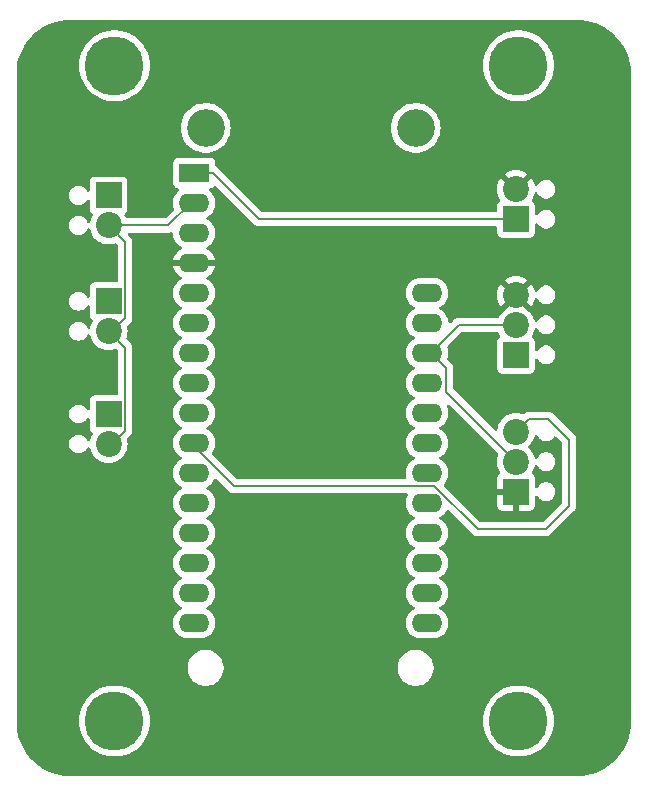
<source format=gbr>
%TF.GenerationSoftware,KiCad,Pcbnew,8.0.2*%
%TF.CreationDate,2024-05-18T00:20:58-06:00*%
%TF.ProjectId,VacuumATM_wCoinDispenser,56616375-756d-4415-944d-5f77436f696e,rev?*%
%TF.SameCoordinates,Original*%
%TF.FileFunction,Copper,L1,Top*%
%TF.FilePolarity,Positive*%
%FSLAX46Y46*%
G04 Gerber Fmt 4.6, Leading zero omitted, Abs format (unit mm)*
G04 Created by KiCad (PCBNEW 8.0.2) date 2024-05-18 00:20:58*
%MOMM*%
%LPD*%
G01*
G04 APERTURE LIST*
%TA.AperFunction,ComponentPad*%
%ADD10R,2.200000X2.200000*%
%TD*%
%TA.AperFunction,ComponentPad*%
%ADD11C,2.200000*%
%TD*%
%TA.AperFunction,WasherPad*%
%ADD12C,3.200000*%
%TD*%
%TA.AperFunction,ComponentPad*%
%ADD13R,2.600000X1.600000*%
%TD*%
%TA.AperFunction,ComponentPad*%
%ADD14O,2.600000X1.600000*%
%TD*%
%TA.AperFunction,ComponentPad*%
%ADD15C,5.000000*%
%TD*%
%TA.AperFunction,Conductor*%
%ADD16C,0.200000*%
%TD*%
G04 APERTURE END LIST*
D10*
%TO.P,Reset,1,Pin_1*%
%TO.N,Net-(A1-~{RESET})*%
X147500000Y-83750000D03*
D11*
%TO.P,Reset,2,Pin_2*%
%TO.N,GND*%
X147500000Y-81210000D03*
%TD*%
D10*
%TO.P,User1,1,Pin_1*%
%TO.N,Net-(A1-D1)*%
X113000000Y-90710000D03*
D11*
%TO.P,User1,2,Pin_2*%
%TO.N,+3.3V*%
X113000000Y-93250000D03*
%TD*%
D10*
%TO.P,User2,1,Pin_1*%
%TO.N,Net-(A1-D0)*%
X113000000Y-100250000D03*
D11*
%TO.P,User2,2,Pin_2*%
%TO.N,+3.3V*%
X113000000Y-102790000D03*
%TD*%
D10*
%TO.P,9g Servo,1,Pin_1*%
%TO.N,GND*%
X147500000Y-106830000D03*
D11*
%TO.P,9g Servo,2,Pin_2*%
%TO.N,VBUS*%
X147500000Y-104290000D03*
%TO.P,9g Servo,3,Pin_3*%
%TO.N,Net-(A1-A5)*%
X147500000Y-101750000D03*
%TD*%
D10*
%TO.P,Neopixel,1,Pin_1*%
%TO.N,Net-(A1-D2)*%
X147500000Y-95250000D03*
D11*
%TO.P,Neopixel,2,Pin_2*%
%TO.N,VBUS*%
X147500000Y-92710000D03*
%TO.P,Neopixel,3,Pin_3*%
%TO.N,GND*%
X147500000Y-90170000D03*
%TD*%
D10*
%TO.P,Cam,1,Pin_1*%
%TO.N,Net-(A1-A2)*%
X113000000Y-81750000D03*
D11*
%TO.P,Cam,2,Pin_2*%
%TO.N,+3.3V*%
X113000000Y-84290000D03*
%TD*%
D12*
%TO.P,A1,*%
%TO.N,*%
X121220000Y-76030000D03*
X139000000Y-76030000D03*
D13*
%TO.P,A1,1,~{RESET}*%
%TO.N,Net-(A1-~{RESET})*%
X120250000Y-79840000D03*
D14*
%TO.P,A1,2,3V3*%
%TO.N,+3.3V*%
X120250000Y-82380000D03*
%TO.P,A1,3,AREF*%
%TO.N,unconnected-(A1-AREF-Pad3)*%
X120250000Y-84920000D03*
%TO.P,A1,4,GND*%
%TO.N,GND*%
X120250000Y-87460000D03*
%TO.P,A1,5,A0*%
%TO.N,unconnected-(A1-A0-Pad5)*%
X120250000Y-90000000D03*
%TO.P,A1,6,A1*%
%TO.N,unconnected-(A1-A1-Pad6)*%
X120250000Y-92540000D03*
%TO.P,A1,7,A2*%
%TO.N,Net-(A1-A2)*%
X120250000Y-95080000D03*
%TO.P,A1,8,A3*%
%TO.N,unconnected-(A1-A3-Pad8)*%
X120250000Y-97620000D03*
%TO.P,A1,9,A4*%
%TO.N,unconnected-(A1-A4-Pad9)*%
X120250000Y-100160000D03*
%TO.P,A1,10,A5*%
%TO.N,Net-(A1-A5)*%
X120250000Y-102700000D03*
%TO.P,A1,11,SCK*%
%TO.N,unconnected-(A1-SCK-Pad11)*%
X120250000Y-105240000D03*
%TO.P,A1,12,MOSI*%
%TO.N,unconnected-(A1-MOSI-Pad12)*%
X120250000Y-107780000D03*
%TO.P,A1,13,MISO*%
%TO.N,unconnected-(A1-MISO-Pad13)*%
X120250000Y-110320000D03*
%TO.P,A1,14,RX*%
%TO.N,unconnected-(A1-RX-Pad14)*%
X120250000Y-112860000D03*
%TO.P,A1,15,TX*%
%TO.N,unconnected-(A1-TX-Pad15)*%
X120250000Y-115400000D03*
%TO.P,A1,16,SPARE*%
%TO.N,unconnected-(A1-SPARE-Pad16)*%
X120250000Y-117940000D03*
%TO.P,A1,17,SDA*%
%TO.N,unconnected-(A1-SDA-Pad17)*%
X139970000Y-117940000D03*
%TO.P,A1,18,SCL*%
%TO.N,unconnected-(A1-SCL-Pad18)*%
X139970000Y-115400000D03*
%TO.P,A1,19,D0*%
%TO.N,Net-(A1-D0)*%
X139970000Y-112860000D03*
%TO.P,A1,20,D1*%
%TO.N,Net-(A1-D1)*%
X139970000Y-110320000D03*
%TO.P,A1,21,D2*%
%TO.N,Net-(A1-D2)*%
X139970000Y-107780000D03*
%TO.P,A1,22,D3*%
%TO.N,unconnected-(A1-D3-Pad22)*%
X139970000Y-105240000D03*
%TO.P,A1,23,D4*%
%TO.N,unconnected-(A1-D4-Pad23)*%
X139970000Y-102700000D03*
%TO.P,A1,24,D5*%
%TO.N,unconnected-(A1-D5-Pad24)*%
X139970000Y-100160000D03*
%TO.P,A1,25,D6*%
%TO.N,unconnected-(A1-D6-Pad25)*%
X139970000Y-97620000D03*
%TO.P,A1,26,USB*%
%TO.N,VBUS*%
X139970000Y-95080000D03*
%TO.P,A1,27,EN*%
%TO.N,unconnected-(A1-EN-Pad27)*%
X139970000Y-92540000D03*
%TO.P,A1,28,VBAT*%
%TO.N,unconnected-(A1-VBAT-Pad28)*%
X139970000Y-90000000D03*
%TD*%
D15*
%TO.P,H3,1*%
%TO.N,N/C*%
X113500000Y-126250000D03*
%TD*%
%TO.P,H2,1*%
%TO.N,N/C*%
X147702236Y-70750000D03*
%TD*%
%TO.P,H1,1*%
%TO.N,N/C*%
X113500000Y-70750000D03*
%TD*%
%TO.P,H4,1*%
%TO.N,N/C*%
X147702236Y-126250000D03*
%TD*%
D16*
%TO.N,Net-(A1-A5)*%
X123590000Y-106340000D02*
X119950000Y-102700000D01*
X144245635Y-110000000D02*
X140585635Y-106340000D01*
X140585635Y-106340000D02*
X123590000Y-106340000D01*
X152000000Y-108000000D02*
X150000000Y-110000000D01*
X152000000Y-102437208D02*
X152000000Y-108000000D01*
X150212793Y-100650001D02*
X152000000Y-102437208D01*
X148599999Y-100650001D02*
X150212793Y-100650001D01*
X150000000Y-110000000D02*
X144245635Y-110000000D01*
X147500000Y-101750000D02*
X148599999Y-100650001D01*
%TO.N,VBUS*%
X141570000Y-98360000D02*
X147500000Y-104290000D01*
X140270000Y-95080000D02*
X141570000Y-96380000D01*
X141570000Y-96380000D02*
X141570000Y-98360000D01*
X142640000Y-92710000D02*
X140270000Y-95080000D01*
X147500000Y-92710000D02*
X142640000Y-92710000D01*
%TO.N,+3.3V*%
X113260000Y-102790000D02*
X113000000Y-102790000D01*
X114400000Y-101650000D02*
X113260000Y-102790000D01*
X114400000Y-94650000D02*
X114400000Y-101650000D01*
X113000000Y-93250000D02*
X114400000Y-94650000D01*
X114400000Y-92110000D02*
X113260000Y-93250000D01*
X113260000Y-93250000D02*
X113000000Y-93250000D01*
X114400000Y-85690000D02*
X114400000Y-92110000D01*
X113000000Y-84290000D02*
X114400000Y-85690000D01*
X118040000Y-84290000D02*
X113000000Y-84290000D01*
X119950000Y-82380000D02*
X118040000Y-84290000D01*
%TO.N,Net-(A1-~{RESET})*%
X121840000Y-79840000D02*
X119950000Y-79840000D01*
X125750000Y-83750000D02*
X121840000Y-79840000D01*
X147500000Y-83750000D02*
X125750000Y-83750000D01*
%TD*%
%TA.AperFunction,Conductor*%
%TO.N,GND*%
G36*
X141869039Y-99508274D02*
G01*
X145967707Y-103606942D01*
X146001192Y-103668265D01*
X145996208Y-103737957D01*
X145994588Y-103742073D01*
X145973127Y-103793886D01*
X145973127Y-103793887D01*
X145914317Y-104038848D01*
X145894551Y-104290000D01*
X145914317Y-104541151D01*
X145973126Y-104786110D01*
X146069531Y-105018854D01*
X146150783Y-105151445D01*
X146169027Y-105218891D01*
X146147910Y-105285494D01*
X146119366Y-105315501D01*
X146042812Y-105372809D01*
X146042809Y-105372812D01*
X145956649Y-105487906D01*
X145956645Y-105487913D01*
X145906403Y-105622620D01*
X145906401Y-105622627D01*
X145900000Y-105682155D01*
X145900000Y-106580000D01*
X147009252Y-106580000D01*
X146987482Y-106617708D01*
X146950000Y-106757591D01*
X146950000Y-106902409D01*
X146987482Y-107042292D01*
X147009252Y-107080000D01*
X145900000Y-107080000D01*
X145900000Y-107977844D01*
X145906401Y-108037372D01*
X145906403Y-108037379D01*
X145956645Y-108172086D01*
X145956649Y-108172093D01*
X146042809Y-108287187D01*
X146042812Y-108287190D01*
X146157906Y-108373350D01*
X146157913Y-108373354D01*
X146292620Y-108423596D01*
X146292627Y-108423598D01*
X146352155Y-108429999D01*
X146352172Y-108430000D01*
X147250000Y-108430000D01*
X147250000Y-107320747D01*
X147287708Y-107342518D01*
X147427591Y-107380000D01*
X147572409Y-107380000D01*
X147712292Y-107342518D01*
X147750000Y-107320747D01*
X147750000Y-108430000D01*
X148647828Y-108430000D01*
X148647844Y-108429999D01*
X148707372Y-108423598D01*
X148707379Y-108423596D01*
X148842086Y-108373354D01*
X148842093Y-108373350D01*
X148957187Y-108287190D01*
X148957190Y-108287187D01*
X149043350Y-108172093D01*
X149043354Y-108172086D01*
X149093596Y-108037379D01*
X149093598Y-108037372D01*
X149099999Y-107977844D01*
X149100000Y-107977827D01*
X149100000Y-107272782D01*
X149119685Y-107205743D01*
X149172489Y-107159988D01*
X149241647Y-107150044D01*
X149305203Y-107179069D01*
X149325894Y-107205000D01*
X149327221Y-107204114D01*
X149418210Y-107340288D01*
X149418213Y-107340292D01*
X149529707Y-107451786D01*
X149529711Y-107451789D01*
X149660814Y-107539390D01*
X149660827Y-107539397D01*
X149806498Y-107599735D01*
X149806503Y-107599737D01*
X149961153Y-107630499D01*
X149961156Y-107630500D01*
X149961158Y-107630500D01*
X150118844Y-107630500D01*
X150118845Y-107630499D01*
X150273497Y-107599737D01*
X150419179Y-107539394D01*
X150550289Y-107451789D01*
X150661789Y-107340289D01*
X150749394Y-107209179D01*
X150809737Y-107063497D01*
X150840500Y-106908842D01*
X150840500Y-106751158D01*
X150840500Y-106751155D01*
X150840499Y-106751153D01*
X150823902Y-106667715D01*
X150809737Y-106596503D01*
X150799799Y-106572511D01*
X150749397Y-106450827D01*
X150749390Y-106450814D01*
X150661789Y-106319711D01*
X150661786Y-106319707D01*
X150550292Y-106208213D01*
X150550288Y-106208210D01*
X150419185Y-106120609D01*
X150419172Y-106120602D01*
X150273501Y-106060264D01*
X150273489Y-106060261D01*
X150118845Y-106029500D01*
X150118842Y-106029500D01*
X149961158Y-106029500D01*
X149961155Y-106029500D01*
X149806510Y-106060261D01*
X149806498Y-106060264D01*
X149660827Y-106120602D01*
X149660814Y-106120609D01*
X149529711Y-106208210D01*
X149529707Y-106208213D01*
X149418213Y-106319707D01*
X149418210Y-106319711D01*
X149327221Y-106455886D01*
X149324890Y-106454329D01*
X149284267Y-106495586D01*
X149216111Y-106510966D01*
X149150460Y-106487056D01*
X149108157Y-106431448D01*
X149100000Y-106387217D01*
X149100000Y-105682172D01*
X149099999Y-105682155D01*
X149093598Y-105622627D01*
X149093596Y-105622620D01*
X149043354Y-105487913D01*
X149043350Y-105487906D01*
X148957190Y-105372813D01*
X148880633Y-105315502D01*
X148838762Y-105259568D01*
X148833778Y-105189876D01*
X148849217Y-105151445D01*
X148930466Y-105018859D01*
X148965008Y-104935466D01*
X149026873Y-104786111D01*
X149067003Y-104618954D01*
X149101792Y-104558365D01*
X149163818Y-104526200D01*
X149233387Y-104532676D01*
X149288411Y-104575735D01*
X149302137Y-104600450D01*
X149330604Y-104669175D01*
X149330609Y-104669185D01*
X149418210Y-104800288D01*
X149418213Y-104800292D01*
X149529707Y-104911786D01*
X149529711Y-104911789D01*
X149660814Y-104999390D01*
X149660827Y-104999397D01*
X149806498Y-105059735D01*
X149806503Y-105059737D01*
X149961153Y-105090499D01*
X149961156Y-105090500D01*
X149961158Y-105090500D01*
X150118844Y-105090500D01*
X150118845Y-105090499D01*
X150273497Y-105059737D01*
X150419179Y-104999394D01*
X150550289Y-104911789D01*
X150661789Y-104800289D01*
X150749394Y-104669179D01*
X150809737Y-104523497D01*
X150840500Y-104368842D01*
X150840500Y-104211158D01*
X150840500Y-104211155D01*
X150840499Y-104211153D01*
X150823902Y-104127715D01*
X150809737Y-104056503D01*
X150781197Y-103987600D01*
X150749397Y-103910827D01*
X150749390Y-103910814D01*
X150661789Y-103779711D01*
X150661786Y-103779707D01*
X150550292Y-103668213D01*
X150550288Y-103668210D01*
X150419185Y-103580609D01*
X150419172Y-103580602D01*
X150273501Y-103520264D01*
X150273489Y-103520261D01*
X150118845Y-103489500D01*
X150118842Y-103489500D01*
X149961158Y-103489500D01*
X149961155Y-103489500D01*
X149806510Y-103520261D01*
X149806498Y-103520264D01*
X149660827Y-103580602D01*
X149660814Y-103580609D01*
X149529711Y-103668210D01*
X149529707Y-103668213D01*
X149418213Y-103779707D01*
X149418210Y-103779711D01*
X149330609Y-103910814D01*
X149330606Y-103910820D01*
X149302137Y-103979550D01*
X149258295Y-104033953D01*
X149192001Y-104056017D01*
X149124302Y-104038737D01*
X149076692Y-103987600D01*
X149067003Y-103961046D01*
X149026873Y-103793889D01*
X148953232Y-103616102D01*
X148930466Y-103561140D01*
X148798839Y-103346346D01*
X148798838Y-103346343D01*
X148635224Y-103154776D01*
X148587819Y-103114289D01*
X148549627Y-103055784D01*
X148549128Y-102985916D01*
X148586482Y-102926870D01*
X148587756Y-102925764D01*
X148635224Y-102885224D01*
X148798836Y-102693659D01*
X148930466Y-102478859D01*
X149026873Y-102246111D01*
X149067003Y-102078954D01*
X149101792Y-102018365D01*
X149163818Y-101986200D01*
X149233387Y-101992676D01*
X149288411Y-102035735D01*
X149302137Y-102060450D01*
X149330604Y-102129175D01*
X149330609Y-102129185D01*
X149418210Y-102260288D01*
X149418213Y-102260292D01*
X149529707Y-102371786D01*
X149529711Y-102371789D01*
X149660814Y-102459390D01*
X149660827Y-102459397D01*
X149709477Y-102479548D01*
X149806503Y-102519737D01*
X149945186Y-102547323D01*
X149961153Y-102550499D01*
X149961156Y-102550500D01*
X149961158Y-102550500D01*
X150118844Y-102550500D01*
X150118845Y-102550499D01*
X150273497Y-102519737D01*
X150419179Y-102459394D01*
X150550289Y-102371789D01*
X150661789Y-102260289D01*
X150702839Y-102198853D01*
X150756449Y-102154050D01*
X150825774Y-102145341D01*
X150888802Y-102175496D01*
X150893621Y-102180064D01*
X151363181Y-102649624D01*
X151396666Y-102710947D01*
X151399500Y-102737305D01*
X151399500Y-107699903D01*
X151379815Y-107766942D01*
X151363181Y-107787584D01*
X149787584Y-109363181D01*
X149726261Y-109396666D01*
X149699903Y-109399500D01*
X144545733Y-109399500D01*
X144478694Y-109379815D01*
X144458052Y-109363181D01*
X141409708Y-106314838D01*
X141376223Y-106253515D01*
X141381207Y-106183823D01*
X141409707Y-106139476D01*
X141461966Y-106087219D01*
X141461968Y-106087215D01*
X141461971Y-106087213D01*
X141514732Y-106014590D01*
X141582287Y-105921610D01*
X141675220Y-105739219D01*
X141738477Y-105544534D01*
X141770500Y-105342352D01*
X141770500Y-105137648D01*
X141738477Y-104935466D01*
X141675220Y-104740781D01*
X141675218Y-104740778D01*
X141675218Y-104740776D01*
X141613147Y-104618957D01*
X141582287Y-104558390D01*
X141556930Y-104523489D01*
X141461971Y-104392786D01*
X141317213Y-104248028D01*
X141151614Y-104127715D01*
X141145006Y-104124348D01*
X141058917Y-104080483D01*
X141008123Y-104032511D01*
X140991328Y-103964690D01*
X141013865Y-103898555D01*
X141058917Y-103859516D01*
X141151610Y-103812287D01*
X141176937Y-103793886D01*
X141317213Y-103691971D01*
X141317215Y-103691968D01*
X141317219Y-103691966D01*
X141461966Y-103547219D01*
X141461968Y-103547215D01*
X141461971Y-103547213D01*
X141514732Y-103474590D01*
X141582287Y-103381610D01*
X141675220Y-103199219D01*
X141738477Y-103004534D01*
X141770500Y-102802352D01*
X141770500Y-102597648D01*
X141762529Y-102547323D01*
X141738477Y-102395465D01*
X141694555Y-102260288D01*
X141675220Y-102200781D01*
X141675218Y-102200778D01*
X141675218Y-102200776D01*
X141613989Y-102080609D01*
X141582287Y-102018390D01*
X141563605Y-101992676D01*
X141461971Y-101852786D01*
X141317213Y-101708028D01*
X141151614Y-101587715D01*
X141118697Y-101570943D01*
X141058917Y-101540483D01*
X141008123Y-101492511D01*
X140991328Y-101424690D01*
X141013865Y-101358555D01*
X141058917Y-101319516D01*
X141151610Y-101272287D01*
X141181596Y-101250501D01*
X141317213Y-101151971D01*
X141317215Y-101151968D01*
X141317219Y-101151966D01*
X141461966Y-101007219D01*
X141461968Y-101007215D01*
X141461971Y-101007213D01*
X141514732Y-100934590D01*
X141582287Y-100841610D01*
X141675220Y-100659219D01*
X141738477Y-100464534D01*
X141770500Y-100262352D01*
X141770500Y-100057648D01*
X141748575Y-99919219D01*
X141738477Y-99855465D01*
X141722543Y-99806425D01*
X141675220Y-99660781D01*
X141675217Y-99660775D01*
X141675216Y-99660772D01*
X141670875Y-99652252D01*
X141657977Y-99583584D01*
X141684252Y-99518843D01*
X141741357Y-99478584D01*
X141811162Y-99475590D01*
X141869039Y-99508274D01*
G37*
%TD.AperFunction*%
%TA.AperFunction,Conductor*%
G36*
X152716989Y-66890617D02*
G01*
X153101057Y-66907385D01*
X153111795Y-66908325D01*
X153490264Y-66958151D01*
X153500883Y-66960023D01*
X153873574Y-67042645D01*
X153884000Y-67045439D01*
X154248064Y-67160227D01*
X154258195Y-67163915D01*
X154610864Y-67309993D01*
X154620664Y-67314563D01*
X154959235Y-67490811D01*
X154968603Y-67496219D01*
X155290538Y-67701314D01*
X155299388Y-67707511D01*
X155512035Y-67870680D01*
X155602218Y-67939880D01*
X155610504Y-67946833D01*
X155657860Y-67990226D01*
X155891943Y-68204722D01*
X155899586Y-68212366D01*
X156157448Y-68493773D01*
X156164402Y-68502059D01*
X156396783Y-68804903D01*
X156402987Y-68813765D01*
X156584321Y-69098402D01*
X156608068Y-69135676D01*
X156613477Y-69145044D01*
X156789728Y-69483620D01*
X156794300Y-69493424D01*
X156940373Y-69846073D01*
X156944073Y-69856238D01*
X157058855Y-70220278D01*
X157061655Y-70230728D01*
X157144271Y-70603388D01*
X157146149Y-70614041D01*
X157195971Y-70992472D01*
X157196914Y-71003248D01*
X157213668Y-71386976D01*
X157213786Y-71392385D01*
X157213786Y-126387293D01*
X157213668Y-126392702D01*
X157196900Y-126776750D01*
X157195957Y-126787526D01*
X157146135Y-127165956D01*
X157144257Y-127176609D01*
X157061641Y-127549268D01*
X157058841Y-127559718D01*
X156944060Y-127923756D01*
X156940360Y-127933921D01*
X156794288Y-128286569D01*
X156789716Y-128296373D01*
X156613465Y-128634948D01*
X156608060Y-128644309D01*
X156597521Y-128660853D01*
X156402971Y-128966233D01*
X156396767Y-128975093D01*
X156164396Y-129277925D01*
X156157442Y-129286212D01*
X155899576Y-129567624D01*
X155891927Y-129575274D01*
X155610495Y-129833156D01*
X155602208Y-129840109D01*
X155299391Y-130072469D01*
X155290530Y-130078674D01*
X154968596Y-130283767D01*
X154959228Y-130289175D01*
X154620658Y-130465423D01*
X154610854Y-130469995D01*
X154258211Y-130616064D01*
X154248045Y-130619764D01*
X153884008Y-130734543D01*
X153873560Y-130737343D01*
X153500899Y-130819960D01*
X153490244Y-130821838D01*
X153111813Y-130871657D01*
X153101038Y-130872600D01*
X152716660Y-130889382D01*
X152711251Y-130889500D01*
X109716994Y-130889500D01*
X109711585Y-130889382D01*
X109327537Y-130872613D01*
X109316762Y-130871670D01*
X109229392Y-130860167D01*
X108938332Y-130821848D01*
X108927679Y-130819970D01*
X108555017Y-130737352D01*
X108544568Y-130734552D01*
X108180532Y-130619771D01*
X108170367Y-130616071D01*
X107817720Y-130469998D01*
X107807916Y-130465426D01*
X107469342Y-130289175D01*
X107459974Y-130283766D01*
X107138063Y-130078685D01*
X107129202Y-130072481D01*
X106826359Y-129840101D01*
X106818072Y-129833147D01*
X106536660Y-129575280D01*
X106529011Y-129567631D01*
X106271139Y-129286213D01*
X106264185Y-129277926D01*
X106031821Y-128975101D01*
X106025616Y-128966240D01*
X105820522Y-128644306D01*
X105815114Y-128634938D01*
X105638868Y-128296373D01*
X105634296Y-128286569D01*
X105488219Y-127933908D01*
X105484526Y-127923761D01*
X105369744Y-127559717D01*
X105366945Y-127549273D01*
X105306799Y-127277971D01*
X105284325Y-127176600D01*
X105282450Y-127165962D01*
X105232626Y-126787507D01*
X105231686Y-126776771D01*
X105214903Y-126392373D01*
X105214786Y-126386981D01*
X105214786Y-126249996D01*
X110494415Y-126249996D01*
X110494415Y-126250003D01*
X110514738Y-126598927D01*
X110514739Y-126598938D01*
X110575428Y-126943127D01*
X110575430Y-126943134D01*
X110675674Y-127277972D01*
X110814107Y-127598895D01*
X110814113Y-127598908D01*
X110988870Y-127901597D01*
X111197584Y-128181949D01*
X111197589Y-128181955D01*
X111305538Y-128296373D01*
X111437442Y-128436183D01*
X111613903Y-128584251D01*
X111705186Y-128660847D01*
X111705194Y-128660853D01*
X111997203Y-128852911D01*
X111997207Y-128852913D01*
X112309549Y-129009777D01*
X112637989Y-129129319D01*
X112978086Y-129209923D01*
X113325241Y-129250500D01*
X113325248Y-129250500D01*
X113674752Y-129250500D01*
X113674759Y-129250500D01*
X114021914Y-129209923D01*
X114362011Y-129129319D01*
X114690451Y-129009777D01*
X115002793Y-128852913D01*
X115294811Y-128660849D01*
X115562558Y-128436183D01*
X115802412Y-128181953D01*
X116011130Y-127901596D01*
X116185889Y-127598904D01*
X116324326Y-127277971D01*
X116424569Y-126943136D01*
X116485262Y-126598927D01*
X116505585Y-126250000D01*
X116505585Y-126249996D01*
X144696651Y-126249996D01*
X144696651Y-126250003D01*
X144716974Y-126598927D01*
X144716975Y-126598938D01*
X144777664Y-126943127D01*
X144777666Y-126943134D01*
X144877910Y-127277972D01*
X145016343Y-127598895D01*
X145016349Y-127598908D01*
X145191106Y-127901597D01*
X145399820Y-128181949D01*
X145399825Y-128181955D01*
X145507774Y-128296373D01*
X145639678Y-128436183D01*
X145816139Y-128584251D01*
X145907422Y-128660847D01*
X145907430Y-128660853D01*
X146199439Y-128852911D01*
X146199443Y-128852913D01*
X146511785Y-129009777D01*
X146840225Y-129129319D01*
X147180322Y-129209923D01*
X147527477Y-129250500D01*
X147527484Y-129250500D01*
X147876988Y-129250500D01*
X147876995Y-129250500D01*
X148224150Y-129209923D01*
X148564247Y-129129319D01*
X148892687Y-129009777D01*
X149205029Y-128852913D01*
X149497047Y-128660849D01*
X149764794Y-128436183D01*
X150004648Y-128181953D01*
X150213366Y-127901596D01*
X150388125Y-127598904D01*
X150526562Y-127277971D01*
X150626805Y-126943136D01*
X150687498Y-126598927D01*
X150707821Y-126250000D01*
X150687498Y-125901073D01*
X150687496Y-125901061D01*
X150626807Y-125556872D01*
X150626805Y-125556865D01*
X150526561Y-125222027D01*
X150388128Y-124901104D01*
X150388125Y-124901096D01*
X150213366Y-124598404D01*
X150213365Y-124598402D01*
X150004651Y-124318050D01*
X150004646Y-124318044D01*
X149888669Y-124195117D01*
X149764794Y-124063817D01*
X149616724Y-123939572D01*
X149497049Y-123839152D01*
X149497041Y-123839146D01*
X149205032Y-123647088D01*
X148892694Y-123490226D01*
X148892688Y-123490223D01*
X148564248Y-123370681D01*
X148564245Y-123370680D01*
X148224151Y-123290077D01*
X148180755Y-123285004D01*
X147876995Y-123249500D01*
X147527477Y-123249500D01*
X147223716Y-123285004D01*
X147180321Y-123290077D01*
X147180319Y-123290077D01*
X146840226Y-123370680D01*
X146840223Y-123370681D01*
X146511783Y-123490223D01*
X146511777Y-123490226D01*
X146199439Y-123647088D01*
X145907430Y-123839146D01*
X145907422Y-123839152D01*
X145639678Y-124063817D01*
X145639676Y-124063819D01*
X145399825Y-124318044D01*
X145399820Y-124318050D01*
X145191106Y-124598402D01*
X145016349Y-124901091D01*
X145016343Y-124901104D01*
X144877910Y-125222027D01*
X144777666Y-125556865D01*
X144777664Y-125556872D01*
X144716975Y-125901061D01*
X144716974Y-125901072D01*
X144696651Y-126249996D01*
X116505585Y-126249996D01*
X116485262Y-125901073D01*
X116485260Y-125901061D01*
X116424571Y-125556872D01*
X116424569Y-125556865D01*
X116324325Y-125222027D01*
X116185892Y-124901104D01*
X116185889Y-124901096D01*
X116011130Y-124598404D01*
X116011129Y-124598402D01*
X115802415Y-124318050D01*
X115802410Y-124318044D01*
X115686433Y-124195117D01*
X115562558Y-124063817D01*
X115414488Y-123939572D01*
X115294813Y-123839152D01*
X115294805Y-123839146D01*
X115002796Y-123647088D01*
X114690458Y-123490226D01*
X114690452Y-123490223D01*
X114362012Y-123370681D01*
X114362009Y-123370680D01*
X114021915Y-123290077D01*
X113978519Y-123285004D01*
X113674759Y-123249500D01*
X113325241Y-123249500D01*
X113021480Y-123285004D01*
X112978085Y-123290077D01*
X112978083Y-123290077D01*
X112637990Y-123370680D01*
X112637987Y-123370681D01*
X112309547Y-123490223D01*
X112309541Y-123490226D01*
X111997203Y-123647088D01*
X111705194Y-123839146D01*
X111705186Y-123839152D01*
X111437442Y-124063817D01*
X111437440Y-124063819D01*
X111197589Y-124318044D01*
X111197584Y-124318050D01*
X110988870Y-124598402D01*
X110814113Y-124901091D01*
X110814107Y-124901104D01*
X110675674Y-125222027D01*
X110575430Y-125556865D01*
X110575428Y-125556872D01*
X110514739Y-125901061D01*
X110514738Y-125901072D01*
X110494415Y-126249996D01*
X105214786Y-126249996D01*
X105214786Y-121630328D01*
X119699500Y-121630328D01*
X119699500Y-121869671D01*
X119736939Y-122106051D01*
X119810898Y-122333674D01*
X119919554Y-122546919D01*
X120060221Y-122740532D01*
X120060225Y-122740537D01*
X120229462Y-122909774D01*
X120229467Y-122909778D01*
X120398347Y-123032476D01*
X120423084Y-123050448D01*
X120558961Y-123119681D01*
X120636325Y-123159101D01*
X120636327Y-123159101D01*
X120636330Y-123159103D01*
X120863949Y-123233061D01*
X120985735Y-123252349D01*
X121100329Y-123270500D01*
X121100334Y-123270500D01*
X121339671Y-123270500D01*
X121444135Y-123253953D01*
X121576051Y-123233061D01*
X121803670Y-123159103D01*
X122016916Y-123050448D01*
X122210539Y-122909773D01*
X122379773Y-122740539D01*
X122520448Y-122546916D01*
X122629103Y-122333670D01*
X122703061Y-122106051D01*
X122723953Y-121974135D01*
X122740500Y-121869671D01*
X122740500Y-121630328D01*
X137479500Y-121630328D01*
X137479500Y-121869671D01*
X137516939Y-122106051D01*
X137590898Y-122333674D01*
X137699554Y-122546919D01*
X137840221Y-122740532D01*
X137840225Y-122740537D01*
X138009462Y-122909774D01*
X138009467Y-122909778D01*
X138178347Y-123032476D01*
X138203084Y-123050448D01*
X138338961Y-123119681D01*
X138416325Y-123159101D01*
X138416327Y-123159101D01*
X138416330Y-123159103D01*
X138643949Y-123233061D01*
X138765735Y-123252349D01*
X138880329Y-123270500D01*
X138880334Y-123270500D01*
X139119671Y-123270500D01*
X139224135Y-123253953D01*
X139356051Y-123233061D01*
X139583670Y-123159103D01*
X139796916Y-123050448D01*
X139990539Y-122909773D01*
X140159773Y-122740539D01*
X140300448Y-122546916D01*
X140409103Y-122333670D01*
X140483061Y-122106051D01*
X140503953Y-121974135D01*
X140520500Y-121869671D01*
X140520500Y-121630328D01*
X140500644Y-121504970D01*
X140483061Y-121393949D01*
X140409103Y-121166330D01*
X140409101Y-121166327D01*
X140409101Y-121166325D01*
X140369681Y-121088961D01*
X140300448Y-120953084D01*
X140282476Y-120928347D01*
X140159778Y-120759467D01*
X140159774Y-120759462D01*
X139990537Y-120590225D01*
X139990532Y-120590221D01*
X139796919Y-120449554D01*
X139796918Y-120449553D01*
X139796916Y-120449552D01*
X139730324Y-120415621D01*
X139583674Y-120340898D01*
X139356051Y-120266939D01*
X139119671Y-120229500D01*
X139119666Y-120229500D01*
X138880334Y-120229500D01*
X138880329Y-120229500D01*
X138643948Y-120266939D01*
X138416325Y-120340898D01*
X138203080Y-120449554D01*
X138009467Y-120590221D01*
X138009462Y-120590225D01*
X137840225Y-120759462D01*
X137840221Y-120759467D01*
X137699554Y-120953080D01*
X137590898Y-121166325D01*
X137516939Y-121393948D01*
X137479500Y-121630328D01*
X122740500Y-121630328D01*
X122720644Y-121504970D01*
X122703061Y-121393949D01*
X122629103Y-121166330D01*
X122629101Y-121166327D01*
X122629101Y-121166325D01*
X122589681Y-121088961D01*
X122520448Y-120953084D01*
X122502476Y-120928347D01*
X122379778Y-120759467D01*
X122379774Y-120759462D01*
X122210537Y-120590225D01*
X122210532Y-120590221D01*
X122016919Y-120449554D01*
X122016918Y-120449553D01*
X122016916Y-120449552D01*
X121950324Y-120415621D01*
X121803674Y-120340898D01*
X121576051Y-120266939D01*
X121339671Y-120229500D01*
X121339666Y-120229500D01*
X121100334Y-120229500D01*
X121100329Y-120229500D01*
X120863948Y-120266939D01*
X120636325Y-120340898D01*
X120423080Y-120449554D01*
X120229467Y-120590221D01*
X120229462Y-120590225D01*
X120060225Y-120759462D01*
X120060221Y-120759467D01*
X119919554Y-120953080D01*
X119810898Y-121166325D01*
X119736939Y-121393948D01*
X119699500Y-121630328D01*
X105214786Y-121630328D01*
X105214786Y-81671153D01*
X109659500Y-81671153D01*
X109659500Y-81828846D01*
X109690261Y-81983489D01*
X109690264Y-81983501D01*
X109750602Y-82129172D01*
X109750609Y-82129185D01*
X109838210Y-82260288D01*
X109838213Y-82260292D01*
X109949707Y-82371786D01*
X109949711Y-82371789D01*
X110080814Y-82459390D01*
X110080827Y-82459397D01*
X110226498Y-82519735D01*
X110226503Y-82519737D01*
X110381153Y-82550499D01*
X110381156Y-82550500D01*
X110381158Y-82550500D01*
X110538844Y-82550500D01*
X110538845Y-82550499D01*
X110693497Y-82519737D01*
X110839179Y-82459394D01*
X110970289Y-82371789D01*
X111081789Y-82260289D01*
X111169394Y-82129179D01*
X111169394Y-82129178D01*
X111172398Y-82124683D01*
X111226010Y-82079878D01*
X111295335Y-82071171D01*
X111358362Y-82101325D01*
X111395082Y-82160768D01*
X111399500Y-82193574D01*
X111399500Y-82897870D01*
X111399501Y-82897876D01*
X111405908Y-82957483D01*
X111456202Y-83092328D01*
X111456206Y-83092335D01*
X111542452Y-83207544D01*
X111542455Y-83207547D01*
X111619104Y-83264927D01*
X111660975Y-83320861D01*
X111665959Y-83390552D01*
X111650520Y-83428983D01*
X111569533Y-83561140D01*
X111473126Y-83793889D01*
X111432997Y-83961043D01*
X111398206Y-84021635D01*
X111336180Y-84053799D01*
X111266611Y-84047323D01*
X111211587Y-84004263D01*
X111197862Y-83979548D01*
X111169397Y-83910827D01*
X111169390Y-83910814D01*
X111081789Y-83779711D01*
X111081786Y-83779707D01*
X110970292Y-83668213D01*
X110970288Y-83668210D01*
X110839185Y-83580609D01*
X110839172Y-83580602D01*
X110693501Y-83520264D01*
X110693489Y-83520261D01*
X110538845Y-83489500D01*
X110538842Y-83489500D01*
X110381158Y-83489500D01*
X110381155Y-83489500D01*
X110226510Y-83520261D01*
X110226498Y-83520264D01*
X110080827Y-83580602D01*
X110080814Y-83580609D01*
X109949711Y-83668210D01*
X109949707Y-83668213D01*
X109838213Y-83779707D01*
X109838210Y-83779711D01*
X109750609Y-83910814D01*
X109750602Y-83910827D01*
X109690264Y-84056498D01*
X109690261Y-84056510D01*
X109659500Y-84211153D01*
X109659500Y-84368846D01*
X109690261Y-84523489D01*
X109690264Y-84523501D01*
X109750602Y-84669172D01*
X109750609Y-84669185D01*
X109838210Y-84800288D01*
X109838213Y-84800292D01*
X109949707Y-84911786D01*
X109949711Y-84911789D01*
X110080814Y-84999390D01*
X110080827Y-84999397D01*
X110226498Y-85059735D01*
X110226503Y-85059737D01*
X110381153Y-85090499D01*
X110381156Y-85090500D01*
X110381158Y-85090500D01*
X110538844Y-85090500D01*
X110538845Y-85090499D01*
X110693497Y-85059737D01*
X110839179Y-84999394D01*
X110970289Y-84911789D01*
X111081789Y-84800289D01*
X111169394Y-84669179D01*
X111169395Y-84669176D01*
X111169397Y-84669173D01*
X111197862Y-84600451D01*
X111241702Y-84546047D01*
X111307996Y-84523982D01*
X111375696Y-84541261D01*
X111423307Y-84592398D01*
X111432997Y-84618956D01*
X111473126Y-84786110D01*
X111569533Y-85018859D01*
X111701160Y-85233653D01*
X111701161Y-85233656D01*
X111701164Y-85233659D01*
X111864776Y-85425224D01*
X112013066Y-85551875D01*
X112056343Y-85588838D01*
X112056346Y-85588839D01*
X112271140Y-85720466D01*
X112452077Y-85795412D01*
X112503889Y-85816873D01*
X112748852Y-85875683D01*
X113000000Y-85895449D01*
X113251148Y-85875683D01*
X113496111Y-85816873D01*
X113518960Y-85807408D01*
X113547923Y-85795412D01*
X113617392Y-85787943D01*
X113679871Y-85819218D01*
X113683057Y-85822292D01*
X113763181Y-85902416D01*
X113796666Y-85963739D01*
X113799500Y-85990097D01*
X113799500Y-88985500D01*
X113779815Y-89052539D01*
X113727011Y-89098294D01*
X113675500Y-89109500D01*
X111852129Y-89109500D01*
X111852123Y-89109501D01*
X111792516Y-89115908D01*
X111657671Y-89166202D01*
X111657664Y-89166206D01*
X111542455Y-89252452D01*
X111542452Y-89252455D01*
X111456206Y-89367664D01*
X111456202Y-89367671D01*
X111405908Y-89502517D01*
X111399501Y-89562116D01*
X111399500Y-89562135D01*
X111399500Y-90266425D01*
X111379815Y-90333464D01*
X111327011Y-90379219D01*
X111257853Y-90389163D01*
X111194297Y-90360138D01*
X111172398Y-90335316D01*
X111081789Y-90199711D01*
X111081786Y-90199707D01*
X110970292Y-90088213D01*
X110970288Y-90088210D01*
X110839185Y-90000609D01*
X110839172Y-90000602D01*
X110693501Y-89940264D01*
X110693489Y-89940261D01*
X110538845Y-89909500D01*
X110538842Y-89909500D01*
X110381158Y-89909500D01*
X110381155Y-89909500D01*
X110226510Y-89940261D01*
X110226498Y-89940264D01*
X110080827Y-90000602D01*
X110080814Y-90000609D01*
X109949711Y-90088210D01*
X109949707Y-90088213D01*
X109838213Y-90199707D01*
X109838210Y-90199711D01*
X109750609Y-90330814D01*
X109750602Y-90330827D01*
X109690264Y-90476498D01*
X109690261Y-90476510D01*
X109659500Y-90631153D01*
X109659500Y-90788846D01*
X109690261Y-90943489D01*
X109690264Y-90943501D01*
X109750602Y-91089172D01*
X109750609Y-91089185D01*
X109838210Y-91220288D01*
X109838213Y-91220292D01*
X109949707Y-91331786D01*
X109949711Y-91331789D01*
X110080814Y-91419390D01*
X110080827Y-91419397D01*
X110226498Y-91479735D01*
X110226503Y-91479737D01*
X110381153Y-91510499D01*
X110381156Y-91510500D01*
X110381158Y-91510500D01*
X110538844Y-91510500D01*
X110538845Y-91510499D01*
X110693497Y-91479737D01*
X110839179Y-91419394D01*
X110970289Y-91331789D01*
X111081789Y-91220289D01*
X111169394Y-91089179D01*
X111169394Y-91089178D01*
X111172398Y-91084683D01*
X111226010Y-91039878D01*
X111295335Y-91031171D01*
X111358362Y-91061325D01*
X111395082Y-91120768D01*
X111399500Y-91153574D01*
X111399500Y-91857870D01*
X111399501Y-91857876D01*
X111405908Y-91917483D01*
X111456202Y-92052328D01*
X111456206Y-92052335D01*
X111542452Y-92167544D01*
X111542455Y-92167547D01*
X111619104Y-92224927D01*
X111660975Y-92280861D01*
X111665959Y-92350552D01*
X111650520Y-92388983D01*
X111569533Y-92521140D01*
X111473126Y-92753889D01*
X111432997Y-92921043D01*
X111398206Y-92981635D01*
X111336180Y-93013799D01*
X111266611Y-93007323D01*
X111211587Y-92964263D01*
X111197862Y-92939548D01*
X111169397Y-92870827D01*
X111169390Y-92870814D01*
X111081789Y-92739711D01*
X111081786Y-92739707D01*
X110970292Y-92628213D01*
X110970288Y-92628210D01*
X110839185Y-92540609D01*
X110839172Y-92540602D01*
X110693501Y-92480264D01*
X110693489Y-92480261D01*
X110538845Y-92449500D01*
X110538842Y-92449500D01*
X110381158Y-92449500D01*
X110381155Y-92449500D01*
X110226510Y-92480261D01*
X110226498Y-92480264D01*
X110080827Y-92540602D01*
X110080814Y-92540609D01*
X109949711Y-92628210D01*
X109949707Y-92628213D01*
X109838213Y-92739707D01*
X109838210Y-92739711D01*
X109750609Y-92870814D01*
X109750602Y-92870827D01*
X109690264Y-93016498D01*
X109690261Y-93016510D01*
X109659500Y-93171153D01*
X109659500Y-93328846D01*
X109690261Y-93483489D01*
X109690264Y-93483501D01*
X109750602Y-93629172D01*
X109750609Y-93629185D01*
X109838210Y-93760288D01*
X109838213Y-93760292D01*
X109949707Y-93871786D01*
X109949711Y-93871789D01*
X110080814Y-93959390D01*
X110080827Y-93959397D01*
X110226498Y-94019735D01*
X110226503Y-94019737D01*
X110381153Y-94050499D01*
X110381156Y-94050500D01*
X110381158Y-94050500D01*
X110538844Y-94050500D01*
X110538845Y-94050499D01*
X110693497Y-94019737D01*
X110839179Y-93959394D01*
X110970289Y-93871789D01*
X111081789Y-93760289D01*
X111169394Y-93629179D01*
X111169395Y-93629176D01*
X111169397Y-93629173D01*
X111197862Y-93560451D01*
X111241702Y-93506047D01*
X111307996Y-93483982D01*
X111375696Y-93501261D01*
X111423307Y-93552398D01*
X111432997Y-93578956D01*
X111473126Y-93746110D01*
X111569533Y-93978859D01*
X111701160Y-94193653D01*
X111701161Y-94193656D01*
X111756604Y-94258571D01*
X111864776Y-94385224D01*
X112013066Y-94511875D01*
X112056343Y-94548838D01*
X112056346Y-94548839D01*
X112271140Y-94680466D01*
X112452077Y-94755412D01*
X112503889Y-94776873D01*
X112748852Y-94835683D01*
X113000000Y-94855449D01*
X113251148Y-94835683D01*
X113496111Y-94776873D01*
X113518960Y-94767408D01*
X113547923Y-94755412D01*
X113617392Y-94747943D01*
X113679871Y-94779218D01*
X113683057Y-94782292D01*
X113763181Y-94862416D01*
X113796666Y-94923739D01*
X113799500Y-94950097D01*
X113799500Y-98525500D01*
X113779815Y-98592539D01*
X113727011Y-98638294D01*
X113675500Y-98649500D01*
X111852129Y-98649500D01*
X111852123Y-98649501D01*
X111792516Y-98655908D01*
X111657671Y-98706202D01*
X111657664Y-98706206D01*
X111542455Y-98792452D01*
X111542452Y-98792455D01*
X111456206Y-98907664D01*
X111456202Y-98907671D01*
X111405908Y-99042517D01*
X111399501Y-99102116D01*
X111399500Y-99102135D01*
X111399500Y-99806425D01*
X111379815Y-99873464D01*
X111327011Y-99919219D01*
X111257853Y-99929163D01*
X111194297Y-99900138D01*
X111172398Y-99875316D01*
X111081789Y-99739711D01*
X111081786Y-99739707D01*
X110970292Y-99628213D01*
X110970288Y-99628210D01*
X110839185Y-99540609D01*
X110839172Y-99540602D01*
X110693501Y-99480264D01*
X110693489Y-99480261D01*
X110538845Y-99449500D01*
X110538842Y-99449500D01*
X110381158Y-99449500D01*
X110381155Y-99449500D01*
X110226510Y-99480261D01*
X110226498Y-99480264D01*
X110080827Y-99540602D01*
X110080814Y-99540609D01*
X109949711Y-99628210D01*
X109949707Y-99628213D01*
X109838213Y-99739707D01*
X109838210Y-99739711D01*
X109750609Y-99870814D01*
X109750602Y-99870827D01*
X109690264Y-100016498D01*
X109690261Y-100016510D01*
X109659500Y-100171153D01*
X109659500Y-100328846D01*
X109690261Y-100483489D01*
X109690264Y-100483501D01*
X109750602Y-100629172D01*
X109750609Y-100629185D01*
X109838210Y-100760288D01*
X109838213Y-100760292D01*
X109949707Y-100871786D01*
X109949711Y-100871789D01*
X110080814Y-100959390D01*
X110080827Y-100959397D01*
X110226498Y-101019735D01*
X110226503Y-101019737D01*
X110381153Y-101050499D01*
X110381156Y-101050500D01*
X110381158Y-101050500D01*
X110538844Y-101050500D01*
X110538845Y-101050499D01*
X110693497Y-101019737D01*
X110839179Y-100959394D01*
X110970289Y-100871789D01*
X111081789Y-100760289D01*
X111169394Y-100629179D01*
X111169394Y-100629178D01*
X111172398Y-100624683D01*
X111226010Y-100579878D01*
X111295335Y-100571171D01*
X111358362Y-100601325D01*
X111395082Y-100660768D01*
X111399500Y-100693574D01*
X111399500Y-101397870D01*
X111399501Y-101397876D01*
X111405908Y-101457483D01*
X111456202Y-101592328D01*
X111456206Y-101592335D01*
X111542452Y-101707544D01*
X111542455Y-101707547D01*
X111619104Y-101764927D01*
X111660975Y-101820861D01*
X111665959Y-101890552D01*
X111650520Y-101928983D01*
X111569533Y-102061140D01*
X111473126Y-102293889D01*
X111432997Y-102461043D01*
X111398206Y-102521635D01*
X111336180Y-102553799D01*
X111266611Y-102547323D01*
X111211587Y-102504263D01*
X111197862Y-102479548D01*
X111169397Y-102410827D01*
X111169390Y-102410814D01*
X111081789Y-102279711D01*
X111081786Y-102279707D01*
X110970292Y-102168213D01*
X110970288Y-102168210D01*
X110839185Y-102080609D01*
X110839172Y-102080602D01*
X110693501Y-102020264D01*
X110693489Y-102020261D01*
X110538845Y-101989500D01*
X110538842Y-101989500D01*
X110381158Y-101989500D01*
X110381155Y-101989500D01*
X110226510Y-102020261D01*
X110226498Y-102020264D01*
X110080827Y-102080602D01*
X110080814Y-102080609D01*
X109949711Y-102168210D01*
X109949707Y-102168213D01*
X109838213Y-102279707D01*
X109838210Y-102279711D01*
X109750609Y-102410814D01*
X109750602Y-102410827D01*
X109690264Y-102556498D01*
X109690261Y-102556510D01*
X109659500Y-102711153D01*
X109659500Y-102868846D01*
X109690261Y-103023489D01*
X109690264Y-103023501D01*
X109750602Y-103169172D01*
X109750609Y-103169185D01*
X109838210Y-103300288D01*
X109838213Y-103300292D01*
X109949707Y-103411786D01*
X109949711Y-103411789D01*
X110080814Y-103499390D01*
X110080827Y-103499397D01*
X110226498Y-103559735D01*
X110226503Y-103559737D01*
X110381153Y-103590499D01*
X110381156Y-103590500D01*
X110381158Y-103590500D01*
X110538844Y-103590500D01*
X110538845Y-103590499D01*
X110693497Y-103559737D01*
X110839179Y-103499394D01*
X110970289Y-103411789D01*
X111081789Y-103300289D01*
X111169394Y-103169179D01*
X111169395Y-103169176D01*
X111169397Y-103169173D01*
X111197862Y-103100451D01*
X111241702Y-103046047D01*
X111307996Y-103023982D01*
X111375696Y-103041261D01*
X111423307Y-103092398D01*
X111432997Y-103118956D01*
X111473126Y-103286110D01*
X111569533Y-103518859D01*
X111701160Y-103733653D01*
X111701161Y-103733656D01*
X111708350Y-103742073D01*
X111864776Y-103925224D01*
X112013066Y-104051875D01*
X112056343Y-104088838D01*
X112056346Y-104088839D01*
X112271140Y-104220466D01*
X112503889Y-104316873D01*
X112748852Y-104375683D01*
X113000000Y-104395449D01*
X113251148Y-104375683D01*
X113496111Y-104316873D01*
X113728859Y-104220466D01*
X113943659Y-104088836D01*
X114135224Y-103925224D01*
X114298836Y-103733659D01*
X114430466Y-103518859D01*
X114526873Y-103286111D01*
X114585683Y-103041148D01*
X114605449Y-102790000D01*
X114585683Y-102538852D01*
X114558275Y-102424689D01*
X114561766Y-102354911D01*
X114591166Y-102308067D01*
X114758506Y-102140728D01*
X114758511Y-102140724D01*
X114768714Y-102130520D01*
X114768716Y-102130520D01*
X114880520Y-102018716D01*
X114959577Y-101881784D01*
X114997702Y-101739500D01*
X115000500Y-101729058D01*
X115000500Y-101570943D01*
X115000500Y-94739059D01*
X115000501Y-94739046D01*
X115000501Y-94570945D01*
X115000501Y-94570943D01*
X114959577Y-94418215D01*
X114902329Y-94319059D01*
X114880520Y-94281284D01*
X114768716Y-94169480D01*
X114768715Y-94169479D01*
X114764385Y-94165149D01*
X114764374Y-94165139D01*
X114532292Y-93933057D01*
X114498807Y-93871734D01*
X114503791Y-93802042D01*
X114505412Y-93797923D01*
X114526872Y-93746113D01*
X114526871Y-93746113D01*
X114526873Y-93746111D01*
X114585683Y-93501148D01*
X114605449Y-93250000D01*
X114585683Y-92998852D01*
X114558275Y-92884689D01*
X114561766Y-92814911D01*
X114591166Y-92768067D01*
X114758506Y-92600728D01*
X114758511Y-92600724D01*
X114768714Y-92590520D01*
X114768716Y-92590520D01*
X114880520Y-92478716D01*
X114959577Y-92341784D01*
X115000500Y-92189057D01*
X115000500Y-85779059D01*
X115000501Y-85779046D01*
X115000501Y-85610945D01*
X115000501Y-85610943D01*
X114959577Y-85458215D01*
X114930639Y-85408095D01*
X114880520Y-85321284D01*
X114768716Y-85209480D01*
X114768715Y-85209479D01*
X114764385Y-85205149D01*
X114764374Y-85205139D01*
X114661416Y-85102181D01*
X114627931Y-85040858D01*
X114632915Y-84971166D01*
X114674787Y-84915233D01*
X114740251Y-84890816D01*
X114749097Y-84890500D01*
X117953331Y-84890500D01*
X117953347Y-84890501D01*
X117960943Y-84890501D01*
X118119054Y-84890501D01*
X118119057Y-84890501D01*
X118271785Y-84849577D01*
X118271792Y-84849572D01*
X118278045Y-84846984D01*
X118347514Y-84839514D01*
X118409994Y-84870788D01*
X118445648Y-84930876D01*
X118449500Y-84961544D01*
X118449500Y-85022351D01*
X118481522Y-85224534D01*
X118544781Y-85419223D01*
X118564649Y-85458215D01*
X118631205Y-85588838D01*
X118637715Y-85601613D01*
X118758028Y-85767213D01*
X118902786Y-85911971D01*
X119057749Y-86024556D01*
X119068390Y-86032287D01*
X119140424Y-86068990D01*
X119161629Y-86079795D01*
X119212425Y-86127770D01*
X119229220Y-86195591D01*
X119206682Y-86261726D01*
X119161629Y-86300765D01*
X119068650Y-86348140D01*
X118903105Y-86468417D01*
X118903104Y-86468417D01*
X118758417Y-86613104D01*
X118758417Y-86613105D01*
X118638140Y-86778650D01*
X118545244Y-86960970D01*
X118482009Y-87155586D01*
X118473391Y-87210000D01*
X119516988Y-87210000D01*
X119484075Y-87267007D01*
X119450000Y-87394174D01*
X119450000Y-87525826D01*
X119484075Y-87652993D01*
X119516988Y-87710000D01*
X118473391Y-87710000D01*
X118482009Y-87764413D01*
X118545244Y-87959029D01*
X118638140Y-88141349D01*
X118758417Y-88306894D01*
X118758417Y-88306895D01*
X118903104Y-88451582D01*
X119068652Y-88571861D01*
X119161628Y-88619234D01*
X119212425Y-88667208D01*
X119229220Y-88735029D01*
X119206683Y-88801164D01*
X119161630Y-88840203D01*
X119068388Y-88887713D01*
X118902786Y-89008028D01*
X118758028Y-89152786D01*
X118637715Y-89318386D01*
X118544781Y-89500776D01*
X118481522Y-89695465D01*
X118449500Y-89897648D01*
X118449500Y-90102351D01*
X118481522Y-90304534D01*
X118544781Y-90499223D01*
X118601282Y-90610110D01*
X118637041Y-90680292D01*
X118637715Y-90681613D01*
X118758028Y-90847213D01*
X118902786Y-90991971D01*
X119057742Y-91104551D01*
X119068390Y-91112287D01*
X119149420Y-91153574D01*
X119161080Y-91159515D01*
X119211876Y-91207490D01*
X119228671Y-91275311D01*
X119206134Y-91341446D01*
X119161080Y-91380485D01*
X119068386Y-91427715D01*
X118902786Y-91548028D01*
X118758028Y-91692786D01*
X118637715Y-91858386D01*
X118544781Y-92040776D01*
X118481522Y-92235465D01*
X118449500Y-92437648D01*
X118449500Y-92642351D01*
X118481522Y-92844534D01*
X118544781Y-93039223D01*
X118608691Y-93164653D01*
X118637041Y-93220292D01*
X118637715Y-93221613D01*
X118758028Y-93387213D01*
X118902786Y-93531971D01*
X119049361Y-93638462D01*
X119068390Y-93652287D01*
X119125147Y-93681206D01*
X119161080Y-93699515D01*
X119211876Y-93747490D01*
X119228671Y-93815311D01*
X119206134Y-93881446D01*
X119161080Y-93920485D01*
X119068386Y-93967715D01*
X118902786Y-94088028D01*
X118758028Y-94232786D01*
X118637715Y-94398386D01*
X118544781Y-94580776D01*
X118481522Y-94775465D01*
X118449500Y-94977648D01*
X118449500Y-95182351D01*
X118481522Y-95384534D01*
X118544781Y-95579223D01*
X118593987Y-95675794D01*
X118637041Y-95760292D01*
X118637715Y-95761613D01*
X118758028Y-95927213D01*
X118902786Y-96071971D01*
X119057749Y-96184556D01*
X119068390Y-96192287D01*
X119159840Y-96238883D01*
X119161080Y-96239515D01*
X119211876Y-96287490D01*
X119228671Y-96355311D01*
X119206134Y-96421446D01*
X119161080Y-96460485D01*
X119068386Y-96507715D01*
X118902786Y-96628028D01*
X118758028Y-96772786D01*
X118637715Y-96938386D01*
X118544781Y-97120776D01*
X118481522Y-97315465D01*
X118449500Y-97517648D01*
X118449500Y-97722351D01*
X118481522Y-97924534D01*
X118544781Y-98119223D01*
X118637715Y-98301613D01*
X118758028Y-98467213D01*
X118902786Y-98611971D01*
X119032492Y-98706206D01*
X119068390Y-98732287D01*
X119159840Y-98778883D01*
X119161080Y-98779515D01*
X119211876Y-98827490D01*
X119228671Y-98895311D01*
X119206134Y-98961446D01*
X119161080Y-99000485D01*
X119068386Y-99047715D01*
X118902786Y-99168028D01*
X118758028Y-99312786D01*
X118637715Y-99478386D01*
X118544781Y-99660776D01*
X118481522Y-99855465D01*
X118449500Y-100057648D01*
X118449500Y-100262351D01*
X118481522Y-100464534D01*
X118544781Y-100659223D01*
X118637715Y-100841613D01*
X118758028Y-101007213D01*
X118902786Y-101151971D01*
X119038404Y-101250501D01*
X119068390Y-101272287D01*
X119159840Y-101318883D01*
X119161080Y-101319515D01*
X119211876Y-101367490D01*
X119228671Y-101435311D01*
X119206134Y-101501446D01*
X119161080Y-101540485D01*
X119068386Y-101587715D01*
X118902786Y-101708028D01*
X118758028Y-101852786D01*
X118637715Y-102018386D01*
X118544781Y-102200776D01*
X118481522Y-102395465D01*
X118449500Y-102597648D01*
X118449500Y-102802351D01*
X118481522Y-103004534D01*
X118544781Y-103199223D01*
X118637715Y-103381613D01*
X118758028Y-103547213D01*
X118902786Y-103691971D01*
X119043063Y-103793886D01*
X119068390Y-103812287D01*
X119159840Y-103858883D01*
X119161080Y-103859515D01*
X119211876Y-103907490D01*
X119228671Y-103975311D01*
X119206134Y-104041446D01*
X119161080Y-104080485D01*
X119068386Y-104127715D01*
X118902786Y-104248028D01*
X118758028Y-104392786D01*
X118637715Y-104558386D01*
X118544781Y-104740776D01*
X118481522Y-104935465D01*
X118449500Y-105137648D01*
X118449500Y-105342351D01*
X118481522Y-105544534D01*
X118544781Y-105739223D01*
X118608691Y-105864653D01*
X118624383Y-105895449D01*
X118637715Y-105921613D01*
X118758028Y-106087213D01*
X118902786Y-106231971D01*
X119057749Y-106344556D01*
X119068390Y-106352287D01*
X119136944Y-106387217D01*
X119161080Y-106399515D01*
X119211876Y-106447490D01*
X119228671Y-106515311D01*
X119206134Y-106581446D01*
X119161080Y-106620485D01*
X119068386Y-106667715D01*
X118902786Y-106788028D01*
X118758028Y-106932786D01*
X118637715Y-107098386D01*
X118544781Y-107280776D01*
X118481522Y-107475465D01*
X118449500Y-107677648D01*
X118449500Y-107882351D01*
X118481522Y-108084534D01*
X118544781Y-108279223D01*
X118592742Y-108373350D01*
X118621606Y-108429999D01*
X118637715Y-108461613D01*
X118758028Y-108627213D01*
X118902786Y-108771971D01*
X119057749Y-108884556D01*
X119068390Y-108892287D01*
X119159840Y-108938883D01*
X119161080Y-108939515D01*
X119211876Y-108987490D01*
X119228671Y-109055311D01*
X119206134Y-109121446D01*
X119161080Y-109160485D01*
X119068386Y-109207715D01*
X118902786Y-109328028D01*
X118758028Y-109472786D01*
X118637715Y-109638386D01*
X118544781Y-109820776D01*
X118481522Y-110015465D01*
X118449500Y-110217648D01*
X118449500Y-110422351D01*
X118481522Y-110624534D01*
X118544781Y-110819223D01*
X118637715Y-111001613D01*
X118758028Y-111167213D01*
X118902786Y-111311971D01*
X119057749Y-111424556D01*
X119068390Y-111432287D01*
X119159840Y-111478883D01*
X119161080Y-111479515D01*
X119211876Y-111527490D01*
X119228671Y-111595311D01*
X119206134Y-111661446D01*
X119161080Y-111700485D01*
X119068386Y-111747715D01*
X118902786Y-111868028D01*
X118758028Y-112012786D01*
X118637715Y-112178386D01*
X118544781Y-112360776D01*
X118481522Y-112555465D01*
X118449500Y-112757648D01*
X118449500Y-112962351D01*
X118481522Y-113164534D01*
X118544781Y-113359223D01*
X118637715Y-113541613D01*
X118758028Y-113707213D01*
X118902786Y-113851971D01*
X119057749Y-113964556D01*
X119068390Y-113972287D01*
X119159840Y-114018883D01*
X119161080Y-114019515D01*
X119211876Y-114067490D01*
X119228671Y-114135311D01*
X119206134Y-114201446D01*
X119161080Y-114240485D01*
X119068386Y-114287715D01*
X118902786Y-114408028D01*
X118758028Y-114552786D01*
X118637715Y-114718386D01*
X118544781Y-114900776D01*
X118481522Y-115095465D01*
X118449500Y-115297648D01*
X118449500Y-115502351D01*
X118481522Y-115704534D01*
X118544781Y-115899223D01*
X118637715Y-116081613D01*
X118758028Y-116247213D01*
X118902786Y-116391971D01*
X119057749Y-116504556D01*
X119068390Y-116512287D01*
X119159840Y-116558883D01*
X119161080Y-116559515D01*
X119211876Y-116607490D01*
X119228671Y-116675311D01*
X119206134Y-116741446D01*
X119161080Y-116780485D01*
X119068386Y-116827715D01*
X118902786Y-116948028D01*
X118758028Y-117092786D01*
X118637715Y-117258386D01*
X118544781Y-117440776D01*
X118481522Y-117635465D01*
X118449500Y-117837648D01*
X118449500Y-118042351D01*
X118481522Y-118244534D01*
X118544781Y-118439223D01*
X118637715Y-118621613D01*
X118758028Y-118787213D01*
X118902786Y-118931971D01*
X119057749Y-119044556D01*
X119068390Y-119052287D01*
X119184607Y-119111503D01*
X119250776Y-119145218D01*
X119250778Y-119145218D01*
X119250781Y-119145220D01*
X119355137Y-119179127D01*
X119445465Y-119208477D01*
X119546557Y-119224488D01*
X119647648Y-119240500D01*
X119647649Y-119240500D01*
X120852351Y-119240500D01*
X120852352Y-119240500D01*
X121054534Y-119208477D01*
X121249219Y-119145220D01*
X121431610Y-119052287D01*
X121524590Y-118984732D01*
X121597213Y-118931971D01*
X121597215Y-118931968D01*
X121597219Y-118931966D01*
X121741966Y-118787219D01*
X121741968Y-118787215D01*
X121741971Y-118787213D01*
X121794732Y-118714590D01*
X121862287Y-118621610D01*
X121955220Y-118439219D01*
X122018477Y-118244534D01*
X122050500Y-118042352D01*
X122050500Y-117837648D01*
X122018477Y-117635466D01*
X121955220Y-117440781D01*
X121955218Y-117440778D01*
X121955218Y-117440776D01*
X121921503Y-117374607D01*
X121862287Y-117258390D01*
X121854556Y-117247749D01*
X121741971Y-117092786D01*
X121597213Y-116948028D01*
X121431614Y-116827715D01*
X121425006Y-116824348D01*
X121338917Y-116780483D01*
X121288123Y-116732511D01*
X121271328Y-116664690D01*
X121293865Y-116598555D01*
X121338917Y-116559516D01*
X121431610Y-116512287D01*
X121452770Y-116496913D01*
X121597213Y-116391971D01*
X121597215Y-116391968D01*
X121597219Y-116391966D01*
X121741966Y-116247219D01*
X121741968Y-116247215D01*
X121741971Y-116247213D01*
X121794732Y-116174590D01*
X121862287Y-116081610D01*
X121955220Y-115899219D01*
X122018477Y-115704534D01*
X122050500Y-115502352D01*
X122050500Y-115297648D01*
X122018477Y-115095466D01*
X121955220Y-114900781D01*
X121955218Y-114900778D01*
X121955218Y-114900776D01*
X121921503Y-114834607D01*
X121862287Y-114718390D01*
X121854556Y-114707749D01*
X121741971Y-114552786D01*
X121597213Y-114408028D01*
X121431614Y-114287715D01*
X121425006Y-114284348D01*
X121338917Y-114240483D01*
X121288123Y-114192511D01*
X121271328Y-114124690D01*
X121293865Y-114058555D01*
X121338917Y-114019516D01*
X121431610Y-113972287D01*
X121452770Y-113956913D01*
X121597213Y-113851971D01*
X121597215Y-113851968D01*
X121597219Y-113851966D01*
X121741966Y-113707219D01*
X121741968Y-113707215D01*
X121741971Y-113707213D01*
X121794732Y-113634590D01*
X121862287Y-113541610D01*
X121955220Y-113359219D01*
X122018477Y-113164534D01*
X122050500Y-112962352D01*
X122050500Y-112757648D01*
X122018477Y-112555466D01*
X121955220Y-112360781D01*
X121955218Y-112360778D01*
X121955218Y-112360776D01*
X121921503Y-112294607D01*
X121862287Y-112178390D01*
X121854556Y-112167749D01*
X121741971Y-112012786D01*
X121597213Y-111868028D01*
X121431614Y-111747715D01*
X121425006Y-111744348D01*
X121338917Y-111700483D01*
X121288123Y-111652511D01*
X121271328Y-111584690D01*
X121293865Y-111518555D01*
X121338917Y-111479516D01*
X121431610Y-111432287D01*
X121452770Y-111416913D01*
X121597213Y-111311971D01*
X121597215Y-111311968D01*
X121597219Y-111311966D01*
X121741966Y-111167219D01*
X121741968Y-111167215D01*
X121741971Y-111167213D01*
X121794732Y-111094590D01*
X121862287Y-111001610D01*
X121955220Y-110819219D01*
X122018477Y-110624534D01*
X122050500Y-110422352D01*
X122050500Y-110217648D01*
X122018477Y-110015466D01*
X121955220Y-109820781D01*
X121955218Y-109820778D01*
X121955218Y-109820776D01*
X121921503Y-109754607D01*
X121862287Y-109638390D01*
X121854556Y-109627749D01*
X121741971Y-109472786D01*
X121597213Y-109328028D01*
X121431614Y-109207715D01*
X121425006Y-109204348D01*
X121338917Y-109160483D01*
X121288123Y-109112511D01*
X121271328Y-109044690D01*
X121293865Y-108978555D01*
X121338917Y-108939516D01*
X121431610Y-108892287D01*
X121452770Y-108876913D01*
X121597213Y-108771971D01*
X121597215Y-108771968D01*
X121597219Y-108771966D01*
X121741966Y-108627219D01*
X121741968Y-108627215D01*
X121741971Y-108627213D01*
X121794732Y-108554590D01*
X121862287Y-108461610D01*
X121955220Y-108279219D01*
X122018477Y-108084534D01*
X122050500Y-107882352D01*
X122050500Y-107677648D01*
X122018477Y-107475466D01*
X121955220Y-107280781D01*
X121955218Y-107280778D01*
X121955218Y-107280776D01*
X121897606Y-107167708D01*
X121862287Y-107098390D01*
X121821530Y-107042292D01*
X121741971Y-106932786D01*
X121597213Y-106788028D01*
X121431614Y-106667715D01*
X121401731Y-106652489D01*
X121338917Y-106620483D01*
X121288123Y-106572511D01*
X121271328Y-106504690D01*
X121293865Y-106438555D01*
X121338917Y-106399516D01*
X121431610Y-106352287D01*
X121452770Y-106336913D01*
X121597213Y-106231971D01*
X121597215Y-106231968D01*
X121597219Y-106231966D01*
X121741966Y-106087219D01*
X121741968Y-106087215D01*
X121741971Y-106087213D01*
X121862284Y-105921614D01*
X121862285Y-105921613D01*
X121862287Y-105921610D01*
X121940102Y-105768888D01*
X121988076Y-105718093D01*
X122055897Y-105701298D01*
X122122032Y-105723835D01*
X122138268Y-105737503D01*
X123105139Y-106704374D01*
X123105149Y-106704385D01*
X123109479Y-106708715D01*
X123109480Y-106708716D01*
X123221284Y-106820520D01*
X123221286Y-106820521D01*
X123221290Y-106820524D01*
X123358209Y-106899573D01*
X123358216Y-106899577D01*
X123470019Y-106929534D01*
X123510942Y-106940500D01*
X123510943Y-106940500D01*
X138235812Y-106940500D01*
X138302851Y-106960185D01*
X138348606Y-107012989D01*
X138358550Y-107082147D01*
X138346297Y-107120795D01*
X138264781Y-107280776D01*
X138201522Y-107475465D01*
X138169500Y-107677648D01*
X138169500Y-107882351D01*
X138201522Y-108084534D01*
X138264781Y-108279223D01*
X138312742Y-108373350D01*
X138341606Y-108429999D01*
X138357715Y-108461613D01*
X138478028Y-108627213D01*
X138622786Y-108771971D01*
X138777749Y-108884556D01*
X138788390Y-108892287D01*
X138879840Y-108938883D01*
X138881080Y-108939515D01*
X138931876Y-108987490D01*
X138948671Y-109055311D01*
X138926134Y-109121446D01*
X138881080Y-109160485D01*
X138788386Y-109207715D01*
X138622786Y-109328028D01*
X138478028Y-109472786D01*
X138357715Y-109638386D01*
X138264781Y-109820776D01*
X138201522Y-110015465D01*
X138169500Y-110217648D01*
X138169500Y-110422351D01*
X138201522Y-110624534D01*
X138264781Y-110819223D01*
X138357715Y-111001613D01*
X138478028Y-111167213D01*
X138622786Y-111311971D01*
X138777749Y-111424556D01*
X138788390Y-111432287D01*
X138879840Y-111478883D01*
X138881080Y-111479515D01*
X138931876Y-111527490D01*
X138948671Y-111595311D01*
X138926134Y-111661446D01*
X138881080Y-111700485D01*
X138788386Y-111747715D01*
X138622786Y-111868028D01*
X138478028Y-112012786D01*
X138357715Y-112178386D01*
X138264781Y-112360776D01*
X138201522Y-112555465D01*
X138169500Y-112757648D01*
X138169500Y-112962351D01*
X138201522Y-113164534D01*
X138264781Y-113359223D01*
X138357715Y-113541613D01*
X138478028Y-113707213D01*
X138622786Y-113851971D01*
X138777749Y-113964556D01*
X138788390Y-113972287D01*
X138879840Y-114018883D01*
X138881080Y-114019515D01*
X138931876Y-114067490D01*
X138948671Y-114135311D01*
X138926134Y-114201446D01*
X138881080Y-114240485D01*
X138788386Y-114287715D01*
X138622786Y-114408028D01*
X138478028Y-114552786D01*
X138357715Y-114718386D01*
X138264781Y-114900776D01*
X138201522Y-115095465D01*
X138169500Y-115297648D01*
X138169500Y-115502351D01*
X138201522Y-115704534D01*
X138264781Y-115899223D01*
X138357715Y-116081613D01*
X138478028Y-116247213D01*
X138622786Y-116391971D01*
X138777749Y-116504556D01*
X138788390Y-116512287D01*
X138879840Y-116558883D01*
X138881080Y-116559515D01*
X138931876Y-116607490D01*
X138948671Y-116675311D01*
X138926134Y-116741446D01*
X138881080Y-116780485D01*
X138788386Y-116827715D01*
X138622786Y-116948028D01*
X138478028Y-117092786D01*
X138357715Y-117258386D01*
X138264781Y-117440776D01*
X138201522Y-117635465D01*
X138169500Y-117837648D01*
X138169500Y-118042351D01*
X138201522Y-118244534D01*
X138264781Y-118439223D01*
X138357715Y-118621613D01*
X138478028Y-118787213D01*
X138622786Y-118931971D01*
X138777749Y-119044556D01*
X138788390Y-119052287D01*
X138904607Y-119111503D01*
X138970776Y-119145218D01*
X138970778Y-119145218D01*
X138970781Y-119145220D01*
X139075137Y-119179127D01*
X139165465Y-119208477D01*
X139266557Y-119224488D01*
X139367648Y-119240500D01*
X139367649Y-119240500D01*
X140572351Y-119240500D01*
X140572352Y-119240500D01*
X140774534Y-119208477D01*
X140969219Y-119145220D01*
X141151610Y-119052287D01*
X141244590Y-118984732D01*
X141317213Y-118931971D01*
X141317215Y-118931968D01*
X141317219Y-118931966D01*
X141461966Y-118787219D01*
X141461968Y-118787215D01*
X141461971Y-118787213D01*
X141514732Y-118714590D01*
X141582287Y-118621610D01*
X141675220Y-118439219D01*
X141738477Y-118244534D01*
X141770500Y-118042352D01*
X141770500Y-117837648D01*
X141738477Y-117635466D01*
X141675220Y-117440781D01*
X141675218Y-117440778D01*
X141675218Y-117440776D01*
X141641503Y-117374607D01*
X141582287Y-117258390D01*
X141574556Y-117247749D01*
X141461971Y-117092786D01*
X141317213Y-116948028D01*
X141151614Y-116827715D01*
X141145006Y-116824348D01*
X141058917Y-116780483D01*
X141008123Y-116732511D01*
X140991328Y-116664690D01*
X141013865Y-116598555D01*
X141058917Y-116559516D01*
X141151610Y-116512287D01*
X141172770Y-116496913D01*
X141317213Y-116391971D01*
X141317215Y-116391968D01*
X141317219Y-116391966D01*
X141461966Y-116247219D01*
X141461968Y-116247215D01*
X141461971Y-116247213D01*
X141514732Y-116174590D01*
X141582287Y-116081610D01*
X141675220Y-115899219D01*
X141738477Y-115704534D01*
X141770500Y-115502352D01*
X141770500Y-115297648D01*
X141738477Y-115095466D01*
X141675220Y-114900781D01*
X141675218Y-114900778D01*
X141675218Y-114900776D01*
X141641503Y-114834607D01*
X141582287Y-114718390D01*
X141574556Y-114707749D01*
X141461971Y-114552786D01*
X141317213Y-114408028D01*
X141151614Y-114287715D01*
X141145006Y-114284348D01*
X141058917Y-114240483D01*
X141008123Y-114192511D01*
X140991328Y-114124690D01*
X141013865Y-114058555D01*
X141058917Y-114019516D01*
X141151610Y-113972287D01*
X141172770Y-113956913D01*
X141317213Y-113851971D01*
X141317215Y-113851968D01*
X141317219Y-113851966D01*
X141461966Y-113707219D01*
X141461968Y-113707215D01*
X141461971Y-113707213D01*
X141514732Y-113634590D01*
X141582287Y-113541610D01*
X141675220Y-113359219D01*
X141738477Y-113164534D01*
X141770500Y-112962352D01*
X141770500Y-112757648D01*
X141738477Y-112555466D01*
X141675220Y-112360781D01*
X141675218Y-112360778D01*
X141675218Y-112360776D01*
X141641503Y-112294607D01*
X141582287Y-112178390D01*
X141574556Y-112167749D01*
X141461971Y-112012786D01*
X141317213Y-111868028D01*
X141151614Y-111747715D01*
X141145006Y-111744348D01*
X141058917Y-111700483D01*
X141008123Y-111652511D01*
X140991328Y-111584690D01*
X141013865Y-111518555D01*
X141058917Y-111479516D01*
X141151610Y-111432287D01*
X141172770Y-111416913D01*
X141317213Y-111311971D01*
X141317215Y-111311968D01*
X141317219Y-111311966D01*
X141461966Y-111167219D01*
X141461968Y-111167215D01*
X141461971Y-111167213D01*
X141514732Y-111094590D01*
X141582287Y-111001610D01*
X141675220Y-110819219D01*
X141738477Y-110624534D01*
X141770500Y-110422352D01*
X141770500Y-110217648D01*
X141738477Y-110015466D01*
X141675220Y-109820781D01*
X141675218Y-109820778D01*
X141675218Y-109820776D01*
X141641503Y-109754607D01*
X141582287Y-109638390D01*
X141574556Y-109627749D01*
X141461971Y-109472786D01*
X141317213Y-109328028D01*
X141151614Y-109207715D01*
X141145006Y-109204348D01*
X141058917Y-109160483D01*
X141008123Y-109112511D01*
X140991328Y-109044690D01*
X141013865Y-108978555D01*
X141058917Y-108939516D01*
X141151610Y-108892287D01*
X141172770Y-108876913D01*
X141317213Y-108771971D01*
X141317215Y-108771968D01*
X141317219Y-108771966D01*
X141461966Y-108627219D01*
X141461968Y-108627215D01*
X141461971Y-108627213D01*
X141582286Y-108461611D01*
X141597871Y-108431025D01*
X141645845Y-108380228D01*
X141713666Y-108363433D01*
X141779801Y-108385970D01*
X141796037Y-108399638D01*
X143876919Y-110480520D01*
X143876921Y-110480521D01*
X143876925Y-110480524D01*
X144013844Y-110559573D01*
X144013851Y-110559577D01*
X144166578Y-110600501D01*
X144166580Y-110600501D01*
X144332289Y-110600501D01*
X144332305Y-110600500D01*
X149913331Y-110600500D01*
X149913347Y-110600501D01*
X149920943Y-110600501D01*
X150079054Y-110600501D01*
X150079057Y-110600501D01*
X150231785Y-110559577D01*
X150281904Y-110530639D01*
X150368716Y-110480520D01*
X150480520Y-110368716D01*
X150480520Y-110368714D01*
X150490728Y-110358507D01*
X150490730Y-110358504D01*
X152358506Y-108490728D01*
X152358511Y-108490724D01*
X152368714Y-108480520D01*
X152368716Y-108480520D01*
X152480520Y-108368716D01*
X152532191Y-108279219D01*
X152559577Y-108231785D01*
X152600500Y-108079057D01*
X152600500Y-107920943D01*
X152600500Y-102358151D01*
X152559577Y-102205424D01*
X152542298Y-102175496D01*
X152480524Y-102068498D01*
X152480522Y-102068495D01*
X152480520Y-102068492D01*
X152368716Y-101956688D01*
X152368715Y-101956687D01*
X152364385Y-101952357D01*
X152364374Y-101952347D01*
X150700383Y-100288356D01*
X150700381Y-100288353D01*
X150581510Y-100169482D01*
X150581509Y-100169481D01*
X150494697Y-100119361D01*
X150494697Y-100119360D01*
X150494693Y-100119359D01*
X150444578Y-100090424D01*
X150291850Y-100049500D01*
X150133736Y-100049500D01*
X150126140Y-100049500D01*
X150126124Y-100049501D01*
X148686669Y-100049501D01*
X148686653Y-100049500D01*
X148679057Y-100049500D01*
X148520942Y-100049500D01*
X148444578Y-100069962D01*
X148368213Y-100090424D01*
X148368208Y-100090427D01*
X148231282Y-100169480D01*
X148183054Y-100217708D01*
X148121731Y-100251192D01*
X148052039Y-100246207D01*
X148047922Y-100244587D01*
X147996113Y-100223127D01*
X147751151Y-100164317D01*
X147500000Y-100144551D01*
X147248848Y-100164317D01*
X147003889Y-100223126D01*
X146771140Y-100319533D01*
X146556346Y-100451160D01*
X146556343Y-100451161D01*
X146364776Y-100614776D01*
X146201161Y-100806343D01*
X146201160Y-100806346D01*
X146069533Y-101021140D01*
X145973126Y-101253889D01*
X145931212Y-101428477D01*
X145914317Y-101498852D01*
X145909705Y-101557448D01*
X145909430Y-101560946D01*
X145884545Y-101626234D01*
X145828313Y-101667704D01*
X145758588Y-101672190D01*
X145698131Y-101638896D01*
X142206819Y-98147584D01*
X142173334Y-98086261D01*
X142170500Y-98059903D01*
X142170500Y-96469060D01*
X142170501Y-96469047D01*
X142170501Y-96300944D01*
X142129576Y-96148214D01*
X142129573Y-96148209D01*
X142050524Y-96011290D01*
X142050518Y-96011282D01*
X141715030Y-95675794D01*
X141681545Y-95614471D01*
X141684779Y-95549796D01*
X141738477Y-95384534D01*
X141770500Y-95182352D01*
X141770500Y-94977648D01*
X141738477Y-94775466D01*
X141738476Y-94775462D01*
X141738476Y-94775461D01*
X141684780Y-94610202D01*
X141682785Y-94540361D01*
X141715028Y-94484205D01*
X142852416Y-93346819D01*
X142913739Y-93313334D01*
X142940097Y-93310500D01*
X145933512Y-93310500D01*
X146000551Y-93330185D01*
X146046306Y-93382989D01*
X146048073Y-93387048D01*
X146069532Y-93438856D01*
X146069533Y-93438858D01*
X146150520Y-93571016D01*
X146168765Y-93638462D01*
X146147649Y-93705064D01*
X146119105Y-93735072D01*
X146042452Y-93792455D01*
X145956206Y-93907664D01*
X145956202Y-93907671D01*
X145905908Y-94042517D01*
X145901015Y-94088034D01*
X145899501Y-94102123D01*
X145899500Y-94102135D01*
X145899500Y-96397870D01*
X145899501Y-96397876D01*
X145905908Y-96457483D01*
X145956202Y-96592328D01*
X145956206Y-96592335D01*
X146042452Y-96707544D01*
X146042455Y-96707547D01*
X146157664Y-96793793D01*
X146157671Y-96793797D01*
X146292517Y-96844091D01*
X146292516Y-96844091D01*
X146299444Y-96844835D01*
X146352127Y-96850500D01*
X148647872Y-96850499D01*
X148707483Y-96844091D01*
X148842331Y-96793796D01*
X148957546Y-96707546D01*
X149043796Y-96592331D01*
X149094091Y-96457483D01*
X149100500Y-96397873D01*
X149100499Y-95693571D01*
X149120183Y-95626535D01*
X149172987Y-95580780D01*
X149242146Y-95570836D01*
X149305702Y-95599861D01*
X149327601Y-95624683D01*
X149418210Y-95760288D01*
X149418213Y-95760292D01*
X149529707Y-95871786D01*
X149529711Y-95871789D01*
X149660814Y-95959390D01*
X149660827Y-95959397D01*
X149786095Y-96011284D01*
X149806503Y-96019737D01*
X149961153Y-96050499D01*
X149961156Y-96050500D01*
X149961158Y-96050500D01*
X150118844Y-96050500D01*
X150118845Y-96050499D01*
X150273497Y-96019737D01*
X150419179Y-95959394D01*
X150550289Y-95871789D01*
X150661789Y-95760289D01*
X150749394Y-95629179D01*
X150809737Y-95483497D01*
X150840500Y-95328842D01*
X150840500Y-95171158D01*
X150840500Y-95171155D01*
X150840499Y-95171153D01*
X150809738Y-95016510D01*
X150809737Y-95016503D01*
X150773421Y-94928828D01*
X150749397Y-94870827D01*
X150749390Y-94870814D01*
X150661789Y-94739711D01*
X150661786Y-94739707D01*
X150550292Y-94628213D01*
X150550288Y-94628210D01*
X150419185Y-94540609D01*
X150419172Y-94540602D01*
X150273501Y-94480264D01*
X150273489Y-94480261D01*
X150118845Y-94449500D01*
X150118842Y-94449500D01*
X149961158Y-94449500D01*
X149961155Y-94449500D01*
X149806510Y-94480261D01*
X149806498Y-94480264D01*
X149660827Y-94540602D01*
X149660814Y-94540609D01*
X149529711Y-94628210D01*
X149529707Y-94628213D01*
X149418213Y-94739707D01*
X149418210Y-94739711D01*
X149327601Y-94875316D01*
X149273988Y-94920121D01*
X149204663Y-94928828D01*
X149141636Y-94898673D01*
X149104917Y-94839230D01*
X149100499Y-94806425D01*
X149100499Y-94102129D01*
X149100498Y-94102123D01*
X149100497Y-94102116D01*
X149094091Y-94042517D01*
X149063089Y-93959397D01*
X149043797Y-93907671D01*
X149043793Y-93907664D01*
X148957547Y-93792455D01*
X148880894Y-93735072D01*
X148839024Y-93679138D01*
X148834040Y-93609446D01*
X148849476Y-93571021D01*
X148930466Y-93438859D01*
X149026873Y-93206111D01*
X149067003Y-93038954D01*
X149101792Y-92978365D01*
X149163818Y-92946200D01*
X149233387Y-92952676D01*
X149288411Y-92995735D01*
X149302137Y-93020450D01*
X149330604Y-93089175D01*
X149330609Y-93089185D01*
X149418210Y-93220288D01*
X149418213Y-93220292D01*
X149529707Y-93331786D01*
X149529711Y-93331789D01*
X149660814Y-93419390D01*
X149660827Y-93419397D01*
X149806498Y-93479735D01*
X149806503Y-93479737D01*
X149961153Y-93510499D01*
X149961156Y-93510500D01*
X149961158Y-93510500D01*
X150118844Y-93510500D01*
X150118845Y-93510499D01*
X150273497Y-93479737D01*
X150419179Y-93419394D01*
X150550289Y-93331789D01*
X150661789Y-93220289D01*
X150749394Y-93089179D01*
X150809737Y-92943497D01*
X150840500Y-92788842D01*
X150840500Y-92631158D01*
X150840500Y-92631155D01*
X150840499Y-92631153D01*
X150832417Y-92590521D01*
X150809737Y-92476503D01*
X150795407Y-92441907D01*
X150749397Y-92330827D01*
X150749390Y-92330814D01*
X150661789Y-92199711D01*
X150661786Y-92199707D01*
X150550292Y-92088213D01*
X150550288Y-92088210D01*
X150419185Y-92000609D01*
X150419172Y-92000602D01*
X150273501Y-91940264D01*
X150273489Y-91940261D01*
X150118845Y-91909500D01*
X150118842Y-91909500D01*
X149961158Y-91909500D01*
X149961155Y-91909500D01*
X149806510Y-91940261D01*
X149806498Y-91940264D01*
X149660827Y-92000602D01*
X149660814Y-92000609D01*
X149529711Y-92088210D01*
X149529707Y-92088213D01*
X149418213Y-92199707D01*
X149418210Y-92199711D01*
X149330609Y-92330814D01*
X149330606Y-92330820D01*
X149302137Y-92399550D01*
X149258295Y-92453953D01*
X149192001Y-92476017D01*
X149124302Y-92458737D01*
X149076692Y-92407600D01*
X149067003Y-92381046D01*
X149026873Y-92213889D01*
X148974462Y-92087356D01*
X148930466Y-91981140D01*
X148798839Y-91766346D01*
X148798838Y-91766343D01*
X148736010Y-91692781D01*
X148635224Y-91574776D01*
X148463038Y-91427715D01*
X148443656Y-91411161D01*
X148443653Y-91411160D01*
X148311417Y-91330125D01*
X148288526Y-91312079D01*
X147670234Y-90693787D01*
X147712292Y-90682518D01*
X147837708Y-90610110D01*
X147940110Y-90507708D01*
X148012518Y-90382292D01*
X148023787Y-90340235D01*
X148797732Y-91114180D01*
X148798430Y-91113363D01*
X148798432Y-91113361D01*
X148930019Y-90898631D01*
X149026396Y-90665955D01*
X149066677Y-90498171D01*
X149101467Y-90437579D01*
X149163493Y-90405414D01*
X149233062Y-90411890D01*
X149288086Y-90454949D01*
X149301812Y-90479665D01*
X149330602Y-90549172D01*
X149330609Y-90549185D01*
X149418210Y-90680288D01*
X149418213Y-90680292D01*
X149529707Y-90791786D01*
X149529711Y-90791789D01*
X149660814Y-90879390D01*
X149660827Y-90879397D01*
X149806498Y-90939735D01*
X149806503Y-90939737D01*
X149961153Y-90970499D01*
X149961156Y-90970500D01*
X149961158Y-90970500D01*
X150118844Y-90970500D01*
X150118845Y-90970499D01*
X150273497Y-90939737D01*
X150419179Y-90879394D01*
X150550289Y-90791789D01*
X150661789Y-90680289D01*
X150749394Y-90549179D01*
X150809737Y-90403497D01*
X150840500Y-90248842D01*
X150840500Y-90091158D01*
X150840500Y-90091155D01*
X150840499Y-90091153D01*
X150839914Y-90088210D01*
X150809737Y-89936503D01*
X150793643Y-89897648D01*
X150749397Y-89790827D01*
X150749390Y-89790814D01*
X150661789Y-89659711D01*
X150661786Y-89659707D01*
X150550292Y-89548213D01*
X150550288Y-89548210D01*
X150419185Y-89460609D01*
X150419172Y-89460602D01*
X150273501Y-89400264D01*
X150273489Y-89400261D01*
X150118845Y-89369500D01*
X150118842Y-89369500D01*
X149961158Y-89369500D01*
X149961155Y-89369500D01*
X149806510Y-89400261D01*
X149806498Y-89400264D01*
X149660827Y-89460602D01*
X149660814Y-89460609D01*
X149529711Y-89548210D01*
X149529707Y-89548213D01*
X149418213Y-89659707D01*
X149418210Y-89659711D01*
X149330609Y-89790814D01*
X149330604Y-89790824D01*
X149301812Y-89860335D01*
X149257971Y-89914738D01*
X149191677Y-89936803D01*
X149123977Y-89919524D01*
X149076367Y-89868386D01*
X149066677Y-89841828D01*
X149026396Y-89674044D01*
X148930019Y-89441368D01*
X148798429Y-89226634D01*
X148797733Y-89225819D01*
X148797732Y-89225819D01*
X148023787Y-89999764D01*
X148012518Y-89957708D01*
X147940110Y-89832292D01*
X147837708Y-89729890D01*
X147712292Y-89657482D01*
X147670234Y-89646212D01*
X148444179Y-88872266D01*
X148443362Y-88871568D01*
X148228631Y-88739980D01*
X147995956Y-88643603D01*
X147751072Y-88584812D01*
X147500000Y-88565052D01*
X147248927Y-88584812D01*
X147004043Y-88643603D01*
X146771368Y-88739980D01*
X146556637Y-88871567D01*
X146555819Y-88872266D01*
X147329765Y-89646212D01*
X147287708Y-89657482D01*
X147162292Y-89729890D01*
X147059890Y-89832292D01*
X146987482Y-89957708D01*
X146976212Y-89999765D01*
X146202266Y-89225819D01*
X146201567Y-89226637D01*
X146069980Y-89441368D01*
X145973603Y-89674043D01*
X145914812Y-89918927D01*
X145895052Y-90170000D01*
X145914812Y-90421072D01*
X145973603Y-90665956D01*
X146069980Y-90898631D01*
X146201568Y-91113362D01*
X146202266Y-91114179D01*
X146976212Y-90340234D01*
X146987482Y-90382292D01*
X147059890Y-90507708D01*
X147162292Y-90610110D01*
X147287708Y-90682518D01*
X147329765Y-90693787D01*
X146711471Y-91312080D01*
X146688581Y-91330126D01*
X146556338Y-91411166D01*
X146364776Y-91574776D01*
X146201161Y-91766343D01*
X146201160Y-91766346D01*
X146069533Y-91981141D01*
X146069532Y-91981143D01*
X146048073Y-92032952D01*
X146004233Y-92087356D01*
X145937939Y-92109421D01*
X145933512Y-92109500D01*
X142719057Y-92109500D01*
X142560943Y-92109500D01*
X142408215Y-92150423D01*
X142408214Y-92150423D01*
X142408212Y-92150424D01*
X142408209Y-92150425D01*
X142358096Y-92179359D01*
X142358095Y-92179360D01*
X142322853Y-92199707D01*
X142271285Y-92229479D01*
X142271282Y-92229481D01*
X142159478Y-92341286D01*
X141982044Y-92518719D01*
X141920721Y-92552204D01*
X141851029Y-92547220D01*
X141795096Y-92505348D01*
X141771376Y-92442441D01*
X141771262Y-92442460D01*
X141771174Y-92441907D01*
X141770746Y-92440771D01*
X141770500Y-92437651D01*
X141765740Y-92407600D01*
X141738477Y-92235466D01*
X141736532Y-92229481D01*
X141697522Y-92109421D01*
X141675220Y-92040781D01*
X141675218Y-92040778D01*
X141675218Y-92040776D01*
X141612396Y-91917483D01*
X141582287Y-91858390D01*
X141515414Y-91766346D01*
X141461971Y-91692786D01*
X141317213Y-91548028D01*
X141151614Y-91427715D01*
X141135275Y-91419390D01*
X141058917Y-91380483D01*
X141008123Y-91332511D01*
X140991328Y-91264690D01*
X141013865Y-91198555D01*
X141058917Y-91159516D01*
X141151610Y-91112287D01*
X141221754Y-91061325D01*
X141317213Y-90991971D01*
X141317215Y-90991968D01*
X141317219Y-90991966D01*
X141461966Y-90847219D01*
X141461968Y-90847215D01*
X141461971Y-90847213D01*
X141554395Y-90720000D01*
X141582287Y-90681610D01*
X141675220Y-90499219D01*
X141738477Y-90304534D01*
X141770500Y-90102352D01*
X141770500Y-89897648D01*
X141761659Y-89841828D01*
X141738477Y-89695465D01*
X141695155Y-89562135D01*
X141675220Y-89500781D01*
X141675218Y-89500778D01*
X141675218Y-89500776D01*
X141624002Y-89400261D01*
X141582287Y-89318390D01*
X141534383Y-89252455D01*
X141461971Y-89152786D01*
X141317213Y-89008028D01*
X141151613Y-88887715D01*
X141151612Y-88887714D01*
X141151610Y-88887713D01*
X141058367Y-88840203D01*
X140969223Y-88794781D01*
X140774534Y-88731522D01*
X140599995Y-88703878D01*
X140572352Y-88699500D01*
X139367648Y-88699500D01*
X139343329Y-88703351D01*
X139165465Y-88731522D01*
X138970776Y-88794781D01*
X138788386Y-88887715D01*
X138622786Y-89008028D01*
X138478028Y-89152786D01*
X138357715Y-89318386D01*
X138264781Y-89500776D01*
X138201522Y-89695465D01*
X138169500Y-89897648D01*
X138169500Y-90102351D01*
X138201522Y-90304534D01*
X138264781Y-90499223D01*
X138321282Y-90610110D01*
X138357041Y-90680292D01*
X138357715Y-90681613D01*
X138478028Y-90847213D01*
X138622786Y-90991971D01*
X138777742Y-91104551D01*
X138788390Y-91112287D01*
X138869420Y-91153574D01*
X138881080Y-91159515D01*
X138931876Y-91207490D01*
X138948671Y-91275311D01*
X138926134Y-91341446D01*
X138881080Y-91380485D01*
X138788386Y-91427715D01*
X138622786Y-91548028D01*
X138478028Y-91692786D01*
X138357715Y-91858386D01*
X138264781Y-92040776D01*
X138201522Y-92235465D01*
X138169500Y-92437648D01*
X138169500Y-92642351D01*
X138201522Y-92844534D01*
X138264781Y-93039223D01*
X138328691Y-93164653D01*
X138357041Y-93220292D01*
X138357715Y-93221613D01*
X138478028Y-93387213D01*
X138622786Y-93531971D01*
X138769361Y-93638462D01*
X138788390Y-93652287D01*
X138845147Y-93681206D01*
X138881080Y-93699515D01*
X138931876Y-93747490D01*
X138948671Y-93815311D01*
X138926134Y-93881446D01*
X138881080Y-93920485D01*
X138788386Y-93967715D01*
X138622786Y-94088028D01*
X138478028Y-94232786D01*
X138357715Y-94398386D01*
X138264781Y-94580776D01*
X138201522Y-94775465D01*
X138169500Y-94977648D01*
X138169500Y-95182351D01*
X138201522Y-95384534D01*
X138264781Y-95579223D01*
X138313987Y-95675794D01*
X138357041Y-95760292D01*
X138357715Y-95761613D01*
X138478028Y-95927213D01*
X138622786Y-96071971D01*
X138777749Y-96184556D01*
X138788390Y-96192287D01*
X138879840Y-96238883D01*
X138881080Y-96239515D01*
X138931876Y-96287490D01*
X138948671Y-96355311D01*
X138926134Y-96421446D01*
X138881080Y-96460485D01*
X138788386Y-96507715D01*
X138622786Y-96628028D01*
X138478028Y-96772786D01*
X138357715Y-96938386D01*
X138264781Y-97120776D01*
X138201522Y-97315465D01*
X138169500Y-97517648D01*
X138169500Y-97722351D01*
X138201522Y-97924534D01*
X138264781Y-98119223D01*
X138357715Y-98301613D01*
X138478028Y-98467213D01*
X138622786Y-98611971D01*
X138752492Y-98706206D01*
X138788390Y-98732287D01*
X138879840Y-98778883D01*
X138881080Y-98779515D01*
X138931876Y-98827490D01*
X138948671Y-98895311D01*
X138926134Y-98961446D01*
X138881080Y-99000485D01*
X138788386Y-99047715D01*
X138622786Y-99168028D01*
X138478028Y-99312786D01*
X138357715Y-99478386D01*
X138264781Y-99660776D01*
X138201522Y-99855465D01*
X138169500Y-100057648D01*
X138169500Y-100262351D01*
X138201522Y-100464534D01*
X138264781Y-100659223D01*
X138357715Y-100841613D01*
X138478028Y-101007213D01*
X138622786Y-101151971D01*
X138758404Y-101250501D01*
X138788390Y-101272287D01*
X138879840Y-101318883D01*
X138881080Y-101319515D01*
X138931876Y-101367490D01*
X138948671Y-101435311D01*
X138926134Y-101501446D01*
X138881080Y-101540485D01*
X138788386Y-101587715D01*
X138622786Y-101708028D01*
X138478028Y-101852786D01*
X138357715Y-102018386D01*
X138264781Y-102200776D01*
X138201522Y-102395465D01*
X138169500Y-102597648D01*
X138169500Y-102802351D01*
X138201522Y-103004534D01*
X138264781Y-103199223D01*
X138357715Y-103381613D01*
X138478028Y-103547213D01*
X138622786Y-103691971D01*
X138763063Y-103793886D01*
X138788390Y-103812287D01*
X138879840Y-103858883D01*
X138881080Y-103859515D01*
X138931876Y-103907490D01*
X138948671Y-103975311D01*
X138926134Y-104041446D01*
X138881080Y-104080485D01*
X138788386Y-104127715D01*
X138622786Y-104248028D01*
X138478028Y-104392786D01*
X138357715Y-104558386D01*
X138264781Y-104740776D01*
X138201522Y-104935465D01*
X138169500Y-105137648D01*
X138169500Y-105342352D01*
X138174325Y-105372813D01*
X138201523Y-105544535D01*
X138201524Y-105544542D01*
X138212130Y-105577183D01*
X138214125Y-105647024D01*
X138178044Y-105706857D01*
X138115343Y-105737684D01*
X138094199Y-105739500D01*
X123890097Y-105739500D01*
X123823058Y-105719815D01*
X123802416Y-105703181D01*
X121776660Y-103677425D01*
X121743175Y-103616102D01*
X121748159Y-103546410D01*
X121764019Y-103516865D01*
X121862287Y-103381610D01*
X121955220Y-103199219D01*
X122018477Y-103004534D01*
X122050500Y-102802352D01*
X122050500Y-102597648D01*
X122042529Y-102547323D01*
X122018477Y-102395465D01*
X121974555Y-102260288D01*
X121955220Y-102200781D01*
X121955218Y-102200778D01*
X121955218Y-102200776D01*
X121893989Y-102080609D01*
X121862287Y-102018390D01*
X121843605Y-101992676D01*
X121741971Y-101852786D01*
X121597213Y-101708028D01*
X121431614Y-101587715D01*
X121398697Y-101570943D01*
X121338917Y-101540483D01*
X121288123Y-101492511D01*
X121271328Y-101424690D01*
X121293865Y-101358555D01*
X121338917Y-101319516D01*
X121431610Y-101272287D01*
X121461596Y-101250501D01*
X121597213Y-101151971D01*
X121597215Y-101151968D01*
X121597219Y-101151966D01*
X121741966Y-101007219D01*
X121741968Y-101007215D01*
X121741971Y-101007213D01*
X121794732Y-100934590D01*
X121862287Y-100841610D01*
X121955220Y-100659219D01*
X122018477Y-100464534D01*
X122050500Y-100262352D01*
X122050500Y-100057648D01*
X122028575Y-99919219D01*
X122018477Y-99855465D01*
X121955218Y-99660776D01*
X121893989Y-99540609D01*
X121862287Y-99478390D01*
X121854556Y-99467749D01*
X121741971Y-99312786D01*
X121597213Y-99168028D01*
X121431614Y-99047715D01*
X121421412Y-99042517D01*
X121338917Y-99000483D01*
X121288123Y-98952511D01*
X121271328Y-98884690D01*
X121293865Y-98818555D01*
X121338917Y-98779516D01*
X121431610Y-98732287D01*
X121467508Y-98706206D01*
X121597213Y-98611971D01*
X121597215Y-98611968D01*
X121597219Y-98611966D01*
X121741966Y-98467219D01*
X121741968Y-98467215D01*
X121741971Y-98467213D01*
X121794732Y-98394590D01*
X121862287Y-98301610D01*
X121955220Y-98119219D01*
X122018477Y-97924534D01*
X122050500Y-97722352D01*
X122050500Y-97517648D01*
X122018477Y-97315466D01*
X121955220Y-97120781D01*
X121955218Y-97120778D01*
X121955218Y-97120776D01*
X121921503Y-97054607D01*
X121862287Y-96938390D01*
X121798432Y-96850500D01*
X121741971Y-96772786D01*
X121597213Y-96628028D01*
X121431614Y-96507715D01*
X121355749Y-96469060D01*
X121338917Y-96460483D01*
X121288123Y-96412511D01*
X121271328Y-96344690D01*
X121293865Y-96278555D01*
X121338917Y-96239516D01*
X121431610Y-96192287D01*
X121492279Y-96148209D01*
X121597213Y-96071971D01*
X121597215Y-96071968D01*
X121597219Y-96071966D01*
X121741966Y-95927219D01*
X121741968Y-95927215D01*
X121741971Y-95927213D01*
X121794732Y-95854590D01*
X121862287Y-95761610D01*
X121955220Y-95579219D01*
X122018477Y-95384534D01*
X122050500Y-95182352D01*
X122050500Y-94977648D01*
X122041962Y-94923739D01*
X122018477Y-94775465D01*
X121987610Y-94680466D01*
X121955220Y-94580781D01*
X121955218Y-94580778D01*
X121955218Y-94580776D01*
X121904002Y-94480261D01*
X121862287Y-94398390D01*
X121804651Y-94319060D01*
X121741971Y-94232786D01*
X121597213Y-94088028D01*
X121431614Y-93967715D01*
X121415275Y-93959390D01*
X121338917Y-93920483D01*
X121288123Y-93872511D01*
X121271328Y-93804690D01*
X121293865Y-93738555D01*
X121338917Y-93699516D01*
X121431610Y-93652287D01*
X121490576Y-93609446D01*
X121597213Y-93531971D01*
X121597215Y-93531968D01*
X121597219Y-93531966D01*
X121741966Y-93387219D01*
X121741968Y-93387215D01*
X121741971Y-93387213D01*
X121797705Y-93310500D01*
X121862287Y-93221610D01*
X121955220Y-93039219D01*
X122018477Y-92844534D01*
X122050500Y-92642352D01*
X122050500Y-92437648D01*
X122025667Y-92280861D01*
X122018477Y-92235465D01*
X121977522Y-92109421D01*
X121955220Y-92040781D01*
X121955218Y-92040778D01*
X121955218Y-92040776D01*
X121892396Y-91917483D01*
X121862287Y-91858390D01*
X121795414Y-91766346D01*
X121741971Y-91692786D01*
X121597213Y-91548028D01*
X121431614Y-91427715D01*
X121415275Y-91419390D01*
X121338917Y-91380483D01*
X121288123Y-91332511D01*
X121271328Y-91264690D01*
X121293865Y-91198555D01*
X121338917Y-91159516D01*
X121431610Y-91112287D01*
X121501754Y-91061325D01*
X121597213Y-90991971D01*
X121597215Y-90991968D01*
X121597219Y-90991966D01*
X121741966Y-90847219D01*
X121741968Y-90847215D01*
X121741971Y-90847213D01*
X121834395Y-90720000D01*
X121862287Y-90681610D01*
X121955220Y-90499219D01*
X122018477Y-90304534D01*
X122050500Y-90102352D01*
X122050500Y-89897648D01*
X122041659Y-89841828D01*
X122018477Y-89695465D01*
X121975155Y-89562135D01*
X121955220Y-89500781D01*
X121955218Y-89500778D01*
X121955218Y-89500776D01*
X121904002Y-89400261D01*
X121862287Y-89318390D01*
X121814383Y-89252455D01*
X121741971Y-89152786D01*
X121597213Y-89008028D01*
X121431611Y-88887713D01*
X121338369Y-88840203D01*
X121287574Y-88792229D01*
X121270779Y-88724407D01*
X121293317Y-88658273D01*
X121338371Y-88619234D01*
X121431347Y-88571861D01*
X121596894Y-88451582D01*
X121596895Y-88451582D01*
X121741582Y-88306895D01*
X121741582Y-88306894D01*
X121861859Y-88141349D01*
X121954755Y-87959029D01*
X122017990Y-87764413D01*
X122026609Y-87710000D01*
X120383012Y-87710000D01*
X120415925Y-87652993D01*
X120450000Y-87525826D01*
X120450000Y-87394174D01*
X120415925Y-87267007D01*
X120383012Y-87210000D01*
X122026609Y-87210000D01*
X122017990Y-87155586D01*
X121954755Y-86960970D01*
X121861859Y-86778650D01*
X121741582Y-86613105D01*
X121741582Y-86613104D01*
X121596895Y-86468417D01*
X121431349Y-86348140D01*
X121338370Y-86300765D01*
X121287574Y-86252790D01*
X121270779Y-86184969D01*
X121293316Y-86118835D01*
X121338370Y-86079795D01*
X121431610Y-86032287D01*
X121525959Y-85963739D01*
X121597213Y-85911971D01*
X121597215Y-85911968D01*
X121597219Y-85911966D01*
X121741966Y-85767219D01*
X121741968Y-85767215D01*
X121741971Y-85767213D01*
X121794732Y-85694590D01*
X121862287Y-85601610D01*
X121955220Y-85419219D01*
X122018477Y-85224534D01*
X122050500Y-85022352D01*
X122050500Y-84817648D01*
X122033955Y-84713191D01*
X122018477Y-84615465D01*
X121955218Y-84420776D01*
X121919410Y-84350500D01*
X121862287Y-84238390D01*
X121782946Y-84129185D01*
X121741971Y-84072786D01*
X121597213Y-83928028D01*
X121431614Y-83807715D01*
X121376645Y-83779707D01*
X121338917Y-83760483D01*
X121288123Y-83712511D01*
X121271328Y-83644690D01*
X121293865Y-83578555D01*
X121338917Y-83539516D01*
X121431610Y-83492287D01*
X121452770Y-83476913D01*
X121597213Y-83371971D01*
X121597215Y-83371968D01*
X121597219Y-83371966D01*
X121741966Y-83227219D01*
X121741968Y-83227215D01*
X121741971Y-83227213D01*
X121806573Y-83138294D01*
X121862287Y-83061610D01*
X121955220Y-82879219D01*
X122018477Y-82684534D01*
X122050500Y-82482352D01*
X122050500Y-82277648D01*
X122028407Y-82138161D01*
X122018477Y-82075465D01*
X121987372Y-81979735D01*
X121955220Y-81880781D01*
X121955218Y-81880778D01*
X121955218Y-81880776D01*
X121921503Y-81814607D01*
X121862287Y-81698390D01*
X121782946Y-81589185D01*
X121741971Y-81532786D01*
X121597219Y-81388034D01*
X121573527Y-81370821D01*
X121560929Y-81361668D01*
X121518264Y-81306339D01*
X121512285Y-81236726D01*
X121544890Y-81174931D01*
X121605728Y-81140573D01*
X121620562Y-81138060D01*
X121657483Y-81134091D01*
X121792328Y-81083797D01*
X121792327Y-81083797D01*
X121792331Y-81083796D01*
X121907546Y-80997546D01*
X121924862Y-80974414D01*
X121980793Y-80932544D01*
X122050484Y-80927558D01*
X122111808Y-80961043D01*
X125265139Y-84114374D01*
X125265149Y-84114385D01*
X125269479Y-84118715D01*
X125269480Y-84118716D01*
X125381284Y-84230520D01*
X125394916Y-84238390D01*
X125468095Y-84280639D01*
X125468097Y-84280641D01*
X125506151Y-84302611D01*
X125518215Y-84309577D01*
X125670943Y-84350501D01*
X125670946Y-84350501D01*
X125836653Y-84350501D01*
X125836669Y-84350500D01*
X145775501Y-84350500D01*
X145842540Y-84370185D01*
X145888295Y-84422989D01*
X145899501Y-84474500D01*
X145899501Y-84897876D01*
X145905908Y-84957483D01*
X145956202Y-85092328D01*
X145956206Y-85092335D01*
X146042452Y-85207544D01*
X146042455Y-85207547D01*
X146157664Y-85293793D01*
X146157671Y-85293797D01*
X146292517Y-85344091D01*
X146292516Y-85344091D01*
X146299444Y-85344835D01*
X146352127Y-85350500D01*
X148647872Y-85350499D01*
X148707483Y-85344091D01*
X148842331Y-85293796D01*
X148957546Y-85207546D01*
X149043796Y-85092331D01*
X149094091Y-84957483D01*
X149100500Y-84897873D01*
X149100499Y-84193571D01*
X149120183Y-84126535D01*
X149172987Y-84080780D01*
X149242146Y-84070836D01*
X149305702Y-84099861D01*
X149327601Y-84124683D01*
X149418210Y-84260288D01*
X149418213Y-84260292D01*
X149529707Y-84371786D01*
X149529711Y-84371789D01*
X149660814Y-84459390D01*
X149660827Y-84459397D01*
X149806498Y-84519735D01*
X149806503Y-84519737D01*
X149961153Y-84550499D01*
X149961156Y-84550500D01*
X149961158Y-84550500D01*
X150118844Y-84550500D01*
X150118845Y-84550499D01*
X150273497Y-84519737D01*
X150419179Y-84459394D01*
X150550289Y-84371789D01*
X150661789Y-84260289D01*
X150749394Y-84129179D01*
X150809737Y-83983497D01*
X150840500Y-83828842D01*
X150840500Y-83671158D01*
X150840500Y-83671155D01*
X150840499Y-83671153D01*
X150823406Y-83585220D01*
X150809737Y-83516503D01*
X150809735Y-83516498D01*
X150749397Y-83370827D01*
X150749390Y-83370814D01*
X150661789Y-83239711D01*
X150661786Y-83239707D01*
X150550292Y-83128213D01*
X150550288Y-83128210D01*
X150419185Y-83040609D01*
X150419172Y-83040602D01*
X150273501Y-82980264D01*
X150273489Y-82980261D01*
X150118845Y-82949500D01*
X150118842Y-82949500D01*
X149961158Y-82949500D01*
X149961155Y-82949500D01*
X149806510Y-82980261D01*
X149806498Y-82980264D01*
X149660827Y-83040602D01*
X149660814Y-83040609D01*
X149529711Y-83128210D01*
X149529707Y-83128213D01*
X149418213Y-83239707D01*
X149418210Y-83239711D01*
X149327601Y-83375316D01*
X149273988Y-83420121D01*
X149204663Y-83428828D01*
X149141636Y-83398673D01*
X149104917Y-83339230D01*
X149100499Y-83306425D01*
X149100499Y-82602129D01*
X149100498Y-82602123D01*
X149100497Y-82602116D01*
X149094091Y-82542517D01*
X149063089Y-82459397D01*
X149043797Y-82407671D01*
X149043793Y-82407664D01*
X148957547Y-82292455D01*
X148880492Y-82234771D01*
X148838622Y-82178837D01*
X148833638Y-82109145D01*
X148849077Y-82070714D01*
X148930020Y-81938627D01*
X149026396Y-81705955D01*
X149066677Y-81538171D01*
X149101467Y-81477579D01*
X149163493Y-81445414D01*
X149233062Y-81451890D01*
X149288086Y-81494949D01*
X149301812Y-81519665D01*
X149330602Y-81589172D01*
X149330609Y-81589185D01*
X149418210Y-81720288D01*
X149418213Y-81720292D01*
X149529707Y-81831786D01*
X149529711Y-81831789D01*
X149660814Y-81919390D01*
X149660827Y-81919397D01*
X149806498Y-81979735D01*
X149806503Y-81979737D01*
X149961153Y-82010499D01*
X149961156Y-82010500D01*
X149961158Y-82010500D01*
X150118844Y-82010500D01*
X150118845Y-82010499D01*
X150273497Y-81979737D01*
X150419179Y-81919394D01*
X150550289Y-81831789D01*
X150661789Y-81720289D01*
X150749394Y-81589179D01*
X150809737Y-81443497D01*
X150840500Y-81288842D01*
X150840500Y-81131158D01*
X150840500Y-81131155D01*
X150840499Y-81131153D01*
X150831078Y-81083793D01*
X150809737Y-80976503D01*
X150791529Y-80932544D01*
X150749397Y-80830827D01*
X150749390Y-80830814D01*
X150661789Y-80699711D01*
X150661786Y-80699707D01*
X150550292Y-80588213D01*
X150550288Y-80588210D01*
X150419185Y-80500609D01*
X150419172Y-80500602D01*
X150273501Y-80440264D01*
X150273489Y-80440261D01*
X150118845Y-80409500D01*
X150118842Y-80409500D01*
X149961158Y-80409500D01*
X149961155Y-80409500D01*
X149806510Y-80440261D01*
X149806498Y-80440264D01*
X149660827Y-80500602D01*
X149660814Y-80500609D01*
X149529711Y-80588210D01*
X149529707Y-80588213D01*
X149418213Y-80699707D01*
X149418210Y-80699711D01*
X149330609Y-80830814D01*
X149330604Y-80830824D01*
X149301812Y-80900335D01*
X149257971Y-80954738D01*
X149191677Y-80976803D01*
X149123977Y-80959524D01*
X149076367Y-80908386D01*
X149066677Y-80881828D01*
X149026396Y-80714044D01*
X148930019Y-80481368D01*
X148798429Y-80266634D01*
X148797733Y-80265819D01*
X148797732Y-80265819D01*
X148023787Y-81039763D01*
X148012518Y-80997708D01*
X147940110Y-80872292D01*
X147837708Y-80769890D01*
X147712292Y-80697482D01*
X147670234Y-80686212D01*
X148444179Y-79912266D01*
X148443362Y-79911568D01*
X148228631Y-79779980D01*
X147995956Y-79683603D01*
X147751072Y-79624812D01*
X147500000Y-79605052D01*
X147248927Y-79624812D01*
X147004043Y-79683603D01*
X146771368Y-79779980D01*
X146556637Y-79911567D01*
X146555819Y-79912266D01*
X147329765Y-80686212D01*
X147287708Y-80697482D01*
X147162292Y-80769890D01*
X147059890Y-80872292D01*
X146987482Y-80997708D01*
X146976212Y-81039765D01*
X146202266Y-80265819D01*
X146201567Y-80266637D01*
X146069980Y-80481368D01*
X145973603Y-80714043D01*
X145914812Y-80958927D01*
X145895052Y-81210000D01*
X145914812Y-81461072D01*
X145973603Y-81705956D01*
X146069980Y-81938631D01*
X146150922Y-82070715D01*
X146169167Y-82138161D01*
X146148051Y-82204763D01*
X146119507Y-82234771D01*
X146042452Y-82292455D01*
X145956206Y-82407664D01*
X145956202Y-82407671D01*
X145905908Y-82542517D01*
X145899501Y-82602116D01*
X145899501Y-82602123D01*
X145899500Y-82602135D01*
X145899500Y-83025500D01*
X145879815Y-83092539D01*
X145827011Y-83138294D01*
X145775500Y-83149500D01*
X126050097Y-83149500D01*
X125983058Y-83129815D01*
X125962416Y-83113181D01*
X122327590Y-79478355D01*
X122327588Y-79478352D01*
X122208717Y-79359481D01*
X122208716Y-79359480D01*
X122121904Y-79309360D01*
X122121904Y-79309359D01*
X122121900Y-79309358D01*
X122112496Y-79303928D01*
X122064283Y-79253362D01*
X122050499Y-79196543D01*
X122050499Y-78992129D01*
X122050498Y-78992123D01*
X122050497Y-78992116D01*
X122044091Y-78932517D01*
X121993796Y-78797669D01*
X121993795Y-78797668D01*
X121993793Y-78797664D01*
X121907547Y-78682455D01*
X121907544Y-78682452D01*
X121792335Y-78596206D01*
X121792328Y-78596202D01*
X121657482Y-78545908D01*
X121657483Y-78545908D01*
X121597883Y-78539501D01*
X121597881Y-78539500D01*
X121597873Y-78539500D01*
X121597864Y-78539500D01*
X118902129Y-78539500D01*
X118902123Y-78539501D01*
X118842516Y-78545908D01*
X118707671Y-78596202D01*
X118707664Y-78596206D01*
X118592455Y-78682452D01*
X118592452Y-78682455D01*
X118506206Y-78797664D01*
X118506202Y-78797671D01*
X118455908Y-78932517D01*
X118449501Y-78992116D01*
X118449501Y-78992123D01*
X118449500Y-78992135D01*
X118449500Y-80687870D01*
X118449501Y-80687876D01*
X118455908Y-80747483D01*
X118506202Y-80882328D01*
X118506206Y-80882335D01*
X118592452Y-80997544D01*
X118592455Y-80997547D01*
X118707664Y-81083793D01*
X118707671Y-81083797D01*
X118752618Y-81100561D01*
X118842517Y-81134091D01*
X118879441Y-81138060D01*
X118943989Y-81164796D01*
X118983838Y-81222188D01*
X118986333Y-81292013D01*
X118950681Y-81352102D01*
X118939071Y-81361666D01*
X118902784Y-81388030D01*
X118758028Y-81532786D01*
X118637715Y-81698386D01*
X118544781Y-81880776D01*
X118481522Y-82075465D01*
X118452249Y-82260289D01*
X118449500Y-82277648D01*
X118449500Y-82482352D01*
X118459029Y-82542516D01*
X118481523Y-82684535D01*
X118481523Y-82684538D01*
X118535219Y-82849795D01*
X118537214Y-82919636D01*
X118504969Y-82975794D01*
X117827584Y-83653181D01*
X117766261Y-83686666D01*
X117739903Y-83689500D01*
X114566488Y-83689500D01*
X114499449Y-83669815D01*
X114453694Y-83617011D01*
X114451927Y-83612952D01*
X114430467Y-83561143D01*
X114430466Y-83561141D01*
X114430465Y-83561140D01*
X114349478Y-83428982D01*
X114331234Y-83361538D01*
X114352350Y-83294935D01*
X114380891Y-83264929D01*
X114457546Y-83207546D01*
X114543796Y-83092331D01*
X114594091Y-82957483D01*
X114600500Y-82897873D01*
X114600499Y-80602128D01*
X114594091Y-80542517D01*
X114578460Y-80500609D01*
X114543797Y-80407671D01*
X114543793Y-80407664D01*
X114457547Y-80292455D01*
X114457544Y-80292452D01*
X114342335Y-80206206D01*
X114342328Y-80206202D01*
X114207482Y-80155908D01*
X114207483Y-80155908D01*
X114147883Y-80149501D01*
X114147881Y-80149500D01*
X114147873Y-80149500D01*
X114147864Y-80149500D01*
X111852129Y-80149500D01*
X111852123Y-80149501D01*
X111792516Y-80155908D01*
X111657671Y-80206202D01*
X111657664Y-80206206D01*
X111542455Y-80292452D01*
X111542452Y-80292455D01*
X111456206Y-80407664D01*
X111456202Y-80407671D01*
X111405908Y-80542517D01*
X111400996Y-80588210D01*
X111399501Y-80602123D01*
X111399500Y-80602135D01*
X111399500Y-81306425D01*
X111379815Y-81373464D01*
X111327011Y-81419219D01*
X111257853Y-81429163D01*
X111194297Y-81400138D01*
X111172398Y-81375316D01*
X111081789Y-81239711D01*
X111081786Y-81239707D01*
X110970292Y-81128213D01*
X110970288Y-81128210D01*
X110839185Y-81040609D01*
X110839172Y-81040602D01*
X110693501Y-80980264D01*
X110693489Y-80980261D01*
X110538845Y-80949500D01*
X110538842Y-80949500D01*
X110381158Y-80949500D01*
X110381155Y-80949500D01*
X110226510Y-80980261D01*
X110226498Y-80980264D01*
X110080827Y-81040602D01*
X110080814Y-81040609D01*
X109949711Y-81128210D01*
X109949707Y-81128213D01*
X109838213Y-81239707D01*
X109838210Y-81239711D01*
X109750609Y-81370814D01*
X109750602Y-81370827D01*
X109690264Y-81516498D01*
X109690261Y-81516510D01*
X109659500Y-81671153D01*
X105214786Y-81671153D01*
X105214786Y-76030000D01*
X119114592Y-76030000D01*
X119134201Y-76316680D01*
X119192666Y-76598034D01*
X119192667Y-76598037D01*
X119288894Y-76868793D01*
X119288893Y-76868793D01*
X119421098Y-77123935D01*
X119586812Y-77358700D01*
X119671923Y-77449831D01*
X119782947Y-77568708D01*
X120005853Y-77750055D01*
X120251382Y-77899365D01*
X120438237Y-77980526D01*
X120514942Y-78013844D01*
X120791642Y-78091371D01*
X121041920Y-78125771D01*
X121076321Y-78130500D01*
X121076322Y-78130500D01*
X121363679Y-78130500D01*
X121394370Y-78126281D01*
X121648358Y-78091371D01*
X121925058Y-78013844D01*
X122038015Y-77964779D01*
X122188617Y-77899365D01*
X122188620Y-77899363D01*
X122188625Y-77899361D01*
X122434147Y-77750055D01*
X122657053Y-77568708D01*
X122853189Y-77358698D01*
X123018901Y-77123936D01*
X123151104Y-76868797D01*
X123247334Y-76598032D01*
X123305798Y-76316686D01*
X123325408Y-76030000D01*
X136894592Y-76030000D01*
X136914201Y-76316680D01*
X136972666Y-76598034D01*
X136972667Y-76598037D01*
X137068894Y-76868793D01*
X137068893Y-76868793D01*
X137201098Y-77123935D01*
X137366812Y-77358700D01*
X137451923Y-77449831D01*
X137562947Y-77568708D01*
X137785853Y-77750055D01*
X138031382Y-77899365D01*
X138218237Y-77980526D01*
X138294942Y-78013844D01*
X138571642Y-78091371D01*
X138821920Y-78125771D01*
X138856321Y-78130500D01*
X138856322Y-78130500D01*
X139143679Y-78130500D01*
X139174370Y-78126281D01*
X139428358Y-78091371D01*
X139705058Y-78013844D01*
X139818015Y-77964779D01*
X139968617Y-77899365D01*
X139968620Y-77899363D01*
X139968625Y-77899361D01*
X140214147Y-77750055D01*
X140437053Y-77568708D01*
X140633189Y-77358698D01*
X140798901Y-77123936D01*
X140931104Y-76868797D01*
X141027334Y-76598032D01*
X141085798Y-76316686D01*
X141105408Y-76030000D01*
X141085798Y-75743314D01*
X141027334Y-75461968D01*
X140931105Y-75191206D01*
X140931106Y-75191206D01*
X140798901Y-74936064D01*
X140633187Y-74701299D01*
X140554554Y-74617105D01*
X140437053Y-74491292D01*
X140214147Y-74309945D01*
X140214146Y-74309944D01*
X139968617Y-74160634D01*
X139705063Y-74046158D01*
X139705061Y-74046157D01*
X139705058Y-74046156D01*
X139575578Y-74009877D01*
X139428364Y-73968630D01*
X139428359Y-73968629D01*
X139428358Y-73968629D01*
X139286018Y-73949064D01*
X139143679Y-73929500D01*
X139143678Y-73929500D01*
X138856322Y-73929500D01*
X138856321Y-73929500D01*
X138571642Y-73968629D01*
X138571635Y-73968630D01*
X138363861Y-74026845D01*
X138294942Y-74046156D01*
X138294939Y-74046156D01*
X138294936Y-74046158D01*
X138294935Y-74046158D01*
X138031382Y-74160634D01*
X137785853Y-74309944D01*
X137562950Y-74491289D01*
X137366812Y-74701299D01*
X137201098Y-74936064D01*
X137068894Y-75191206D01*
X136972667Y-75461962D01*
X136972666Y-75461965D01*
X136914201Y-75743319D01*
X136894592Y-76030000D01*
X123325408Y-76030000D01*
X123305798Y-75743314D01*
X123247334Y-75461968D01*
X123151105Y-75191206D01*
X123151106Y-75191206D01*
X123018901Y-74936064D01*
X122853187Y-74701299D01*
X122774554Y-74617105D01*
X122657053Y-74491292D01*
X122434147Y-74309945D01*
X122434146Y-74309944D01*
X122188617Y-74160634D01*
X121925063Y-74046158D01*
X121925061Y-74046157D01*
X121925058Y-74046156D01*
X121795578Y-74009877D01*
X121648364Y-73968630D01*
X121648359Y-73968629D01*
X121648358Y-73968629D01*
X121506018Y-73949064D01*
X121363679Y-73929500D01*
X121363678Y-73929500D01*
X121076322Y-73929500D01*
X121076321Y-73929500D01*
X120791642Y-73968629D01*
X120791635Y-73968630D01*
X120583861Y-74026845D01*
X120514942Y-74046156D01*
X120514939Y-74046156D01*
X120514936Y-74046158D01*
X120514935Y-74046158D01*
X120251382Y-74160634D01*
X120005853Y-74309944D01*
X119782950Y-74491289D01*
X119586812Y-74701299D01*
X119421098Y-74936064D01*
X119288894Y-75191206D01*
X119192667Y-75461962D01*
X119192666Y-75461965D01*
X119134201Y-75743319D01*
X119114592Y-76030000D01*
X105214786Y-76030000D01*
X105214786Y-71392706D01*
X105214904Y-71387298D01*
X105217663Y-71324108D01*
X105231672Y-71003225D01*
X105232611Y-70992495D01*
X105264537Y-70749996D01*
X110494415Y-70749996D01*
X110494415Y-70750003D01*
X110514738Y-71098927D01*
X110514739Y-71098938D01*
X110575428Y-71443127D01*
X110575430Y-71443134D01*
X110675674Y-71777972D01*
X110814107Y-72098895D01*
X110814113Y-72098908D01*
X110988870Y-72401597D01*
X111197584Y-72681949D01*
X111197589Y-72681955D01*
X111321463Y-72813253D01*
X111437442Y-72936183D01*
X111613903Y-73084251D01*
X111705186Y-73160847D01*
X111705194Y-73160853D01*
X111997203Y-73352911D01*
X111997207Y-73352913D01*
X112309549Y-73509777D01*
X112637989Y-73629319D01*
X112978086Y-73709923D01*
X113325241Y-73750500D01*
X113325248Y-73750500D01*
X113674752Y-73750500D01*
X113674759Y-73750500D01*
X114021914Y-73709923D01*
X114362011Y-73629319D01*
X114690451Y-73509777D01*
X115002793Y-73352913D01*
X115294811Y-73160849D01*
X115562558Y-72936183D01*
X115802412Y-72681953D01*
X116011130Y-72401596D01*
X116185889Y-72098904D01*
X116324326Y-71777971D01*
X116424569Y-71443136D01*
X116433939Y-71390000D01*
X116485260Y-71098938D01*
X116485259Y-71098938D01*
X116485262Y-71098927D01*
X116505585Y-70750000D01*
X116505585Y-70749996D01*
X144696651Y-70749996D01*
X144696651Y-70750003D01*
X144716974Y-71098927D01*
X144716975Y-71098938D01*
X144777664Y-71443127D01*
X144777666Y-71443134D01*
X144877910Y-71777972D01*
X145016343Y-72098895D01*
X145016349Y-72098908D01*
X145191106Y-72401597D01*
X145399820Y-72681949D01*
X145399825Y-72681955D01*
X145523699Y-72813253D01*
X145639678Y-72936183D01*
X145816139Y-73084251D01*
X145907422Y-73160847D01*
X145907430Y-73160853D01*
X146199439Y-73352911D01*
X146199443Y-73352913D01*
X146511785Y-73509777D01*
X146840225Y-73629319D01*
X147180322Y-73709923D01*
X147527477Y-73750500D01*
X147527484Y-73750500D01*
X147876988Y-73750500D01*
X147876995Y-73750500D01*
X148224150Y-73709923D01*
X148564247Y-73629319D01*
X148892687Y-73509777D01*
X149205029Y-73352913D01*
X149497047Y-73160849D01*
X149764794Y-72936183D01*
X150004648Y-72681953D01*
X150213366Y-72401596D01*
X150388125Y-72098904D01*
X150526562Y-71777971D01*
X150626805Y-71443136D01*
X150636175Y-71390000D01*
X150687496Y-71098938D01*
X150687495Y-71098938D01*
X150687498Y-71098927D01*
X150707821Y-70750000D01*
X150687498Y-70401073D01*
X150656530Y-70225442D01*
X150626807Y-70056872D01*
X150626805Y-70056865D01*
X150626805Y-70056864D01*
X150526562Y-69722029D01*
X150388125Y-69401096D01*
X150237524Y-69140247D01*
X150213365Y-69098402D01*
X150004651Y-68818050D01*
X150004646Y-68818044D01*
X149888669Y-68695117D01*
X149764794Y-68563817D01*
X149616724Y-68439572D01*
X149497049Y-68339152D01*
X149497041Y-68339146D01*
X149205032Y-68147088D01*
X148892694Y-67990226D01*
X148892688Y-67990223D01*
X148564248Y-67870681D01*
X148564245Y-67870680D01*
X148224151Y-67790077D01*
X148180755Y-67785004D01*
X147876995Y-67749500D01*
X147527477Y-67749500D01*
X147223716Y-67785004D01*
X147180321Y-67790077D01*
X147180319Y-67790077D01*
X146840226Y-67870680D01*
X146840223Y-67870681D01*
X146511783Y-67990223D01*
X146511777Y-67990226D01*
X146199439Y-68147088D01*
X145907430Y-68339146D01*
X145907422Y-68339152D01*
X145639678Y-68563817D01*
X145639676Y-68563819D01*
X145399825Y-68818044D01*
X145399820Y-68818050D01*
X145191106Y-69098402D01*
X145016349Y-69401091D01*
X145016343Y-69401104D01*
X144877910Y-69722027D01*
X144777666Y-70056865D01*
X144777664Y-70056872D01*
X144716975Y-70401061D01*
X144716974Y-70401072D01*
X144696651Y-70749996D01*
X116505585Y-70749996D01*
X116485262Y-70401073D01*
X116454294Y-70225442D01*
X116424571Y-70056872D01*
X116424569Y-70056865D01*
X116424569Y-70056864D01*
X116324326Y-69722029D01*
X116185889Y-69401096D01*
X116035288Y-69140247D01*
X116011129Y-69098402D01*
X115802415Y-68818050D01*
X115802410Y-68818044D01*
X115686433Y-68695117D01*
X115562558Y-68563817D01*
X115414488Y-68439572D01*
X115294813Y-68339152D01*
X115294805Y-68339146D01*
X115002796Y-68147088D01*
X114690458Y-67990226D01*
X114690452Y-67990223D01*
X114362012Y-67870681D01*
X114362009Y-67870680D01*
X114021915Y-67790077D01*
X113978519Y-67785004D01*
X113674759Y-67749500D01*
X113325241Y-67749500D01*
X113021480Y-67785004D01*
X112978085Y-67790077D01*
X112978083Y-67790077D01*
X112637990Y-67870680D01*
X112637987Y-67870681D01*
X112309547Y-67990223D01*
X112309541Y-67990226D01*
X111997203Y-68147088D01*
X111705194Y-68339146D01*
X111705186Y-68339152D01*
X111437442Y-68563817D01*
X111437440Y-68563819D01*
X111197589Y-68818044D01*
X111197584Y-68818050D01*
X110988870Y-69098402D01*
X110814113Y-69401091D01*
X110814107Y-69401104D01*
X110675674Y-69722027D01*
X110575430Y-70056865D01*
X110575428Y-70056872D01*
X110514739Y-70401061D01*
X110514738Y-70401072D01*
X110494415Y-70749996D01*
X105264537Y-70749996D01*
X105282437Y-70614031D01*
X105284310Y-70603401D01*
X105366934Y-70230712D01*
X105369732Y-70220274D01*
X105484516Y-69856225D01*
X105488203Y-69846093D01*
X105634289Y-69493409D01*
X105638847Y-69483635D01*
X105815107Y-69145042D01*
X105820502Y-69135697D01*
X106025611Y-68813740D01*
X106031801Y-68804900D01*
X106264182Y-68502055D01*
X106271120Y-68493786D01*
X106529012Y-68212347D01*
X106536644Y-68204716D01*
X106818080Y-67946826D01*
X106826332Y-67939901D01*
X107129197Y-67707502D01*
X107138036Y-67701314D01*
X107459986Y-67496209D01*
X107469338Y-67490811D01*
X107807916Y-67314557D01*
X107817707Y-67309990D01*
X108170376Y-67163909D01*
X108180511Y-67160220D01*
X108544581Y-67045429D01*
X108554996Y-67042638D01*
X108927693Y-66960012D01*
X108938312Y-66958140D01*
X109316782Y-66908313D01*
X109327516Y-66907373D01*
X109711264Y-66890618D01*
X109716673Y-66890500D01*
X109780180Y-66890500D01*
X152648395Y-66890500D01*
X152711582Y-66890500D01*
X152716989Y-66890617D01*
G37*
%TD.AperFunction*%
%TD*%
M02*

</source>
